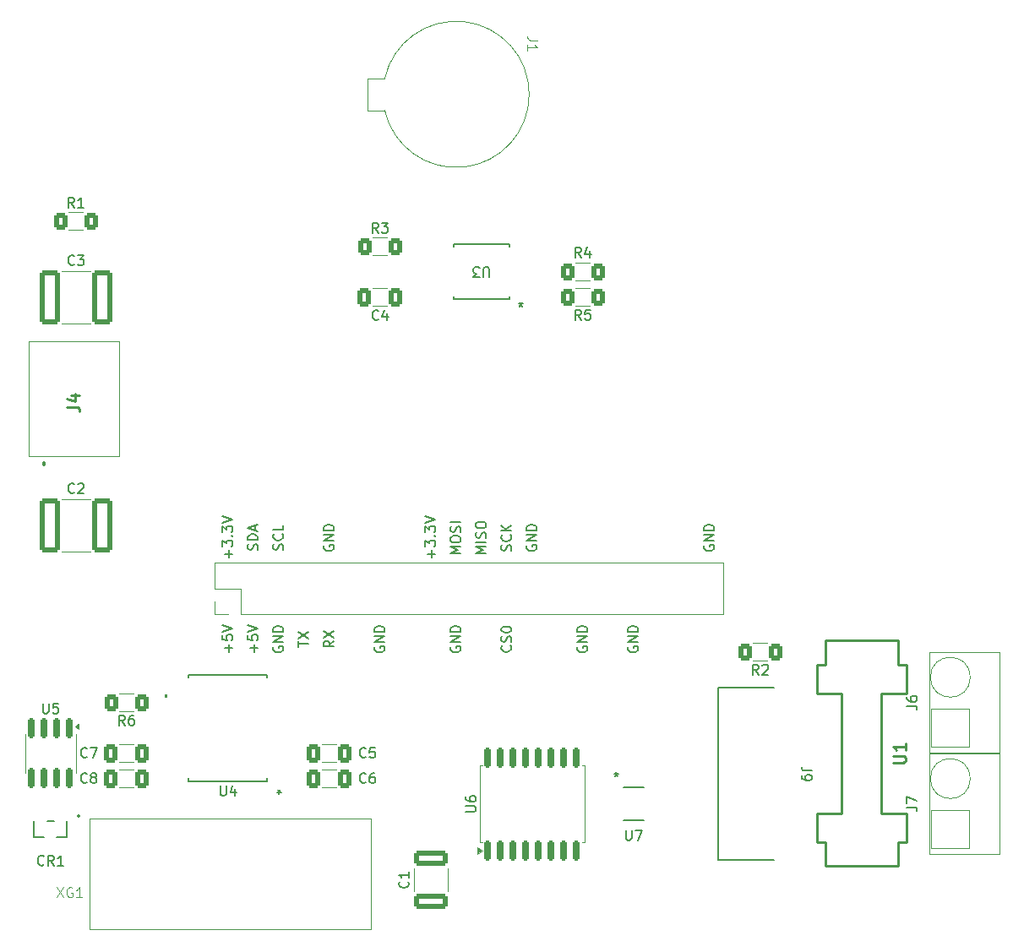
<source format=gbr>
%TF.GenerationSoftware,KiCad,Pcbnew,8.0.6-8.0.6-0~ubuntu24.04.1*%
%TF.CreationDate,2024-12-11T22:34:41+03:00*%
%TF.ProjectId,PM-CPU-RP,504d2d43-5055-42d5-9250-2e6b69636164,rev?*%
%TF.SameCoordinates,Original*%
%TF.FileFunction,Legend,Top*%
%TF.FilePolarity,Positive*%
%FSLAX46Y46*%
G04 Gerber Fmt 4.6, Leading zero omitted, Abs format (unit mm)*
G04 Created by KiCad (PCBNEW 8.0.6-8.0.6-0~ubuntu24.04.1) date 2024-12-11 22:34:41*
%MOMM*%
%LPD*%
G01*
G04 APERTURE LIST*
G04 Aperture macros list*
%AMRoundRect*
0 Rectangle with rounded corners*
0 $1 Rounding radius*
0 $2 $3 $4 $5 $6 $7 $8 $9 X,Y pos of 4 corners*
0 Add a 4 corners polygon primitive as box body*
4,1,4,$2,$3,$4,$5,$6,$7,$8,$9,$2,$3,0*
0 Add four circle primitives for the rounded corners*
1,1,$1+$1,$2,$3*
1,1,$1+$1,$4,$5*
1,1,$1+$1,$6,$7*
1,1,$1+$1,$8,$9*
0 Add four rect primitives between the rounded corners*
20,1,$1+$1,$2,$3,$4,$5,0*
20,1,$1+$1,$4,$5,$6,$7,0*
20,1,$1+$1,$6,$7,$8,$9,0*
20,1,$1+$1,$8,$9,$2,$3,0*%
G04 Aperture macros list end*
%ADD10C,0.150000*%
%ADD11C,0.100000*%
%ADD12C,0.200000*%
%ADD13C,0.254000*%
%ADD14C,0.152400*%
%ADD15C,0.120000*%
%ADD16C,0.000000*%
%ADD17C,0.300000*%
%ADD18C,0.050000*%
%ADD19R,1.803400X0.635000*%
%ADD20R,2.997200X2.590800*%
%ADD21O,6.350000X6.350000*%
%ADD22R,1.181100X0.558800*%
%ADD23C,1.000000*%
%ADD24C,1.800000*%
%ADD25RoundRect,0.249999X-0.737501X-2.450001X0.737501X-2.450001X0.737501X2.450001X-0.737501X2.450001X0*%
%ADD26C,6.000000*%
%ADD27O,1.700000X1.700000*%
%ADD28R,1.700000X1.700000*%
%ADD29RoundRect,0.250000X0.400000X0.625000X-0.400000X0.625000X-0.400000X-0.625000X0.400000X-0.625000X0*%
%ADD30R,0.609600X1.549400*%
%ADD31RoundRect,0.250000X0.412500X0.650000X-0.412500X0.650000X-0.412500X-0.650000X0.412500X-0.650000X0*%
%ADD32RoundRect,0.250000X-0.400000X-0.625000X0.400000X-0.625000X0.400000X0.625000X-0.400000X0.625000X0*%
%ADD33RoundRect,0.250000X-0.412500X-0.650000X0.412500X-0.650000X0.412500X0.650000X-0.412500X0.650000X0*%
%ADD34R,3.500000X3.500000*%
%ADD35C,3.500000*%
%ADD36R,1.854200X0.482600*%
%ADD37RoundRect,0.250000X1.450000X-0.537500X1.450000X0.537500X-1.450000X0.537500X-1.450000X-0.537500X0*%
%ADD38RoundRect,0.150000X-0.150000X0.825000X-0.150000X-0.825000X0.150000X-0.825000X0.150000X0.825000X0*%
%ADD39C,1.950000*%
%ADD40R,1.828800X0.533400*%
%ADD41RoundRect,0.150000X0.150000X-0.875000X0.150000X0.875000X-0.150000X0.875000X-0.150000X-0.875000X0*%
%ADD42C,2.650000*%
%ADD43C,2.350000*%
G04 APERTURE END LIST*
D10*
X30545180Y-29666666D02*
X29830895Y-29666666D01*
X29830895Y-29666666D02*
X29688038Y-29619047D01*
X29688038Y-29619047D02*
X29592800Y-29523809D01*
X29592800Y-29523809D02*
X29545180Y-29380952D01*
X29545180Y-29380952D02*
X29545180Y-29285714D01*
X29545180Y-30190476D02*
X29545180Y-30380952D01*
X29545180Y-30380952D02*
X29592800Y-30476190D01*
X29592800Y-30476190D02*
X29640419Y-30523809D01*
X29640419Y-30523809D02*
X29783276Y-30619047D01*
X29783276Y-30619047D02*
X29973752Y-30666666D01*
X29973752Y-30666666D02*
X30354704Y-30666666D01*
X30354704Y-30666666D02*
X30449942Y-30619047D01*
X30449942Y-30619047D02*
X30497561Y-30571428D01*
X30497561Y-30571428D02*
X30545180Y-30476190D01*
X30545180Y-30476190D02*
X30545180Y-30285714D01*
X30545180Y-30285714D02*
X30497561Y-30190476D01*
X30497561Y-30190476D02*
X30449942Y-30142857D01*
X30449942Y-30142857D02*
X30354704Y-30095238D01*
X30354704Y-30095238D02*
X30116609Y-30095238D01*
X30116609Y-30095238D02*
X30021371Y-30142857D01*
X30021371Y-30142857D02*
X29973752Y-30190476D01*
X29973752Y-30190476D02*
X29926133Y-30285714D01*
X29926133Y-30285714D02*
X29926133Y-30476190D01*
X29926133Y-30476190D02*
X29973752Y-30571428D01*
X29973752Y-30571428D02*
X30021371Y-30619047D01*
X30021371Y-30619047D02*
X30116609Y-30666666D01*
X11938095Y-35649819D02*
X11938095Y-36459342D01*
X11938095Y-36459342D02*
X11985714Y-36554580D01*
X11985714Y-36554580D02*
X12033333Y-36602200D01*
X12033333Y-36602200D02*
X12128571Y-36649819D01*
X12128571Y-36649819D02*
X12319047Y-36649819D01*
X12319047Y-36649819D02*
X12414285Y-36602200D01*
X12414285Y-36602200D02*
X12461904Y-36554580D01*
X12461904Y-36554580D02*
X12509523Y-36459342D01*
X12509523Y-36459342D02*
X12509523Y-35649819D01*
X12890476Y-35649819D02*
X13557142Y-35649819D01*
X13557142Y-35649819D02*
X13128571Y-36649819D01*
X10979150Y-29823019D02*
X10979150Y-30061114D01*
X10741055Y-29965876D02*
X10979150Y-30061114D01*
X10979150Y-30061114D02*
X11217245Y-29965876D01*
X10836293Y-30251590D02*
X10979150Y-30061114D01*
X10979150Y-30061114D02*
X11122007Y-30251590D01*
D11*
X3082580Y43513334D02*
X2368295Y43513334D01*
X2368295Y43513334D02*
X2225438Y43560953D01*
X2225438Y43560953D02*
X2130200Y43656191D01*
X2130200Y43656191D02*
X2082580Y43799048D01*
X2082580Y43799048D02*
X2082580Y43894286D01*
X2082580Y42513334D02*
X2082580Y43084762D01*
X2082580Y42799048D02*
X3082580Y42799048D01*
X3082580Y42799048D02*
X2939723Y42894286D01*
X2939723Y42894286D02*
X2844485Y42989524D01*
X2844485Y42989524D02*
X2796866Y43084762D01*
D10*
X-43346667Y21070420D02*
X-43394286Y21022800D01*
X-43394286Y21022800D02*
X-43537143Y20975181D01*
X-43537143Y20975181D02*
X-43632381Y20975181D01*
X-43632381Y20975181D02*
X-43775238Y21022800D01*
X-43775238Y21022800D02*
X-43870476Y21118039D01*
X-43870476Y21118039D02*
X-43918095Y21213277D01*
X-43918095Y21213277D02*
X-43965714Y21403753D01*
X-43965714Y21403753D02*
X-43965714Y21546610D01*
X-43965714Y21546610D02*
X-43918095Y21737086D01*
X-43918095Y21737086D02*
X-43870476Y21832324D01*
X-43870476Y21832324D02*
X-43775238Y21927562D01*
X-43775238Y21927562D02*
X-43632381Y21975181D01*
X-43632381Y21975181D02*
X-43537143Y21975181D01*
X-43537143Y21975181D02*
X-43394286Y21927562D01*
X-43394286Y21927562D02*
X-43346667Y21879943D01*
X-43013333Y21975181D02*
X-42394286Y21975181D01*
X-42394286Y21975181D02*
X-42727619Y21594229D01*
X-42727619Y21594229D02*
X-42584762Y21594229D01*
X-42584762Y21594229D02*
X-42489524Y21546610D01*
X-42489524Y21546610D02*
X-42441905Y21498991D01*
X-42441905Y21498991D02*
X-42394286Y21403753D01*
X-42394286Y21403753D02*
X-42394286Y21165658D01*
X-42394286Y21165658D02*
X-42441905Y21070420D01*
X-42441905Y21070420D02*
X-42489524Y21022800D01*
X-42489524Y21022800D02*
X-42584762Y20975181D01*
X-42584762Y20975181D02*
X-42870476Y20975181D01*
X-42870476Y20975181D02*
X-42965714Y21022800D01*
X-42965714Y21022800D02*
X-43013333Y21070420D01*
D12*
X-27868734Y-8349999D02*
X-27868734Y-7588095D01*
X-27487781Y-7969047D02*
X-28249686Y-7969047D01*
X-28487781Y-7207142D02*
X-28487781Y-6588095D01*
X-28487781Y-6588095D02*
X-28106829Y-6921428D01*
X-28106829Y-6921428D02*
X-28106829Y-6778571D01*
X-28106829Y-6778571D02*
X-28059210Y-6683333D01*
X-28059210Y-6683333D02*
X-28011591Y-6635714D01*
X-28011591Y-6635714D02*
X-27916353Y-6588095D01*
X-27916353Y-6588095D02*
X-27678258Y-6588095D01*
X-27678258Y-6588095D02*
X-27583020Y-6635714D01*
X-27583020Y-6635714D02*
X-27535400Y-6683333D01*
X-27535400Y-6683333D02*
X-27487781Y-6778571D01*
X-27487781Y-6778571D02*
X-27487781Y-7064285D01*
X-27487781Y-7064285D02*
X-27535400Y-7159523D01*
X-27535400Y-7159523D02*
X-27583020Y-7207142D01*
X-27583020Y-6159523D02*
X-27535400Y-6111904D01*
X-27535400Y-6111904D02*
X-27487781Y-6159523D01*
X-27487781Y-6159523D02*
X-27535400Y-6207142D01*
X-27535400Y-6207142D02*
X-27583020Y-6159523D01*
X-27583020Y-6159523D02*
X-27487781Y-6159523D01*
X-28487781Y-5778571D02*
X-28487781Y-5159524D01*
X-28487781Y-5159524D02*
X-28106829Y-5492857D01*
X-28106829Y-5492857D02*
X-28106829Y-5350000D01*
X-28106829Y-5350000D02*
X-28059210Y-5254762D01*
X-28059210Y-5254762D02*
X-28011591Y-5207143D01*
X-28011591Y-5207143D02*
X-27916353Y-5159524D01*
X-27916353Y-5159524D02*
X-27678258Y-5159524D01*
X-27678258Y-5159524D02*
X-27583020Y-5207143D01*
X-27583020Y-5207143D02*
X-27535400Y-5254762D01*
X-27535400Y-5254762D02*
X-27487781Y-5350000D01*
X-27487781Y-5350000D02*
X-27487781Y-5635714D01*
X-27487781Y-5635714D02*
X-27535400Y-5730952D01*
X-27535400Y-5730952D02*
X-27583020Y-5778571D01*
X-28487781Y-4873809D02*
X-27487781Y-4540476D01*
X-27487781Y-4540476D02*
X-28487781Y-4207143D01*
X-5580162Y-17271904D02*
X-5627781Y-17367142D01*
X-5627781Y-17367142D02*
X-5627781Y-17509999D01*
X-5627781Y-17509999D02*
X-5580162Y-17652856D01*
X-5580162Y-17652856D02*
X-5484924Y-17748094D01*
X-5484924Y-17748094D02*
X-5389686Y-17795713D01*
X-5389686Y-17795713D02*
X-5199210Y-17843332D01*
X-5199210Y-17843332D02*
X-5056353Y-17843332D01*
X-5056353Y-17843332D02*
X-4865877Y-17795713D01*
X-4865877Y-17795713D02*
X-4770639Y-17748094D01*
X-4770639Y-17748094D02*
X-4675400Y-17652856D01*
X-4675400Y-17652856D02*
X-4627781Y-17509999D01*
X-4627781Y-17509999D02*
X-4627781Y-17414761D01*
X-4627781Y-17414761D02*
X-4675400Y-17271904D01*
X-4675400Y-17271904D02*
X-4723020Y-17224285D01*
X-4723020Y-17224285D02*
X-5056353Y-17224285D01*
X-5056353Y-17224285D02*
X-5056353Y-17414761D01*
X-4627781Y-16795713D02*
X-5627781Y-16795713D01*
X-5627781Y-16795713D02*
X-4627781Y-16224285D01*
X-4627781Y-16224285D02*
X-5627781Y-16224285D01*
X-4627781Y-15748094D02*
X-5627781Y-15748094D01*
X-5627781Y-15748094D02*
X-5627781Y-15509999D01*
X-5627781Y-15509999D02*
X-5580162Y-15367142D01*
X-5580162Y-15367142D02*
X-5484924Y-15271904D01*
X-5484924Y-15271904D02*
X-5389686Y-15224285D01*
X-5389686Y-15224285D02*
X-5199210Y-15176666D01*
X-5199210Y-15176666D02*
X-5056353Y-15176666D01*
X-5056353Y-15176666D02*
X-4865877Y-15224285D01*
X-4865877Y-15224285D02*
X-4770639Y-15271904D01*
X-4770639Y-15271904D02*
X-4675400Y-15367142D01*
X-4675400Y-15367142D02*
X-4627781Y-15509999D01*
X-4627781Y-15509999D02*
X-4627781Y-15748094D01*
X7119838Y-17271904D02*
X7072219Y-17367142D01*
X7072219Y-17367142D02*
X7072219Y-17509999D01*
X7072219Y-17509999D02*
X7119838Y-17652856D01*
X7119838Y-17652856D02*
X7215076Y-17748094D01*
X7215076Y-17748094D02*
X7310314Y-17795713D01*
X7310314Y-17795713D02*
X7500790Y-17843332D01*
X7500790Y-17843332D02*
X7643647Y-17843332D01*
X7643647Y-17843332D02*
X7834123Y-17795713D01*
X7834123Y-17795713D02*
X7929361Y-17748094D01*
X7929361Y-17748094D02*
X8024600Y-17652856D01*
X8024600Y-17652856D02*
X8072219Y-17509999D01*
X8072219Y-17509999D02*
X8072219Y-17414761D01*
X8072219Y-17414761D02*
X8024600Y-17271904D01*
X8024600Y-17271904D02*
X7976980Y-17224285D01*
X7976980Y-17224285D02*
X7643647Y-17224285D01*
X7643647Y-17224285D02*
X7643647Y-17414761D01*
X8072219Y-16795713D02*
X7072219Y-16795713D01*
X7072219Y-16795713D02*
X8072219Y-16224285D01*
X8072219Y-16224285D02*
X7072219Y-16224285D01*
X8072219Y-15748094D02*
X7072219Y-15748094D01*
X7072219Y-15748094D02*
X7072219Y-15509999D01*
X7072219Y-15509999D02*
X7119838Y-15367142D01*
X7119838Y-15367142D02*
X7215076Y-15271904D01*
X7215076Y-15271904D02*
X7310314Y-15224285D01*
X7310314Y-15224285D02*
X7500790Y-15176666D01*
X7500790Y-15176666D02*
X7643647Y-15176666D01*
X7643647Y-15176666D02*
X7834123Y-15224285D01*
X7834123Y-15224285D02*
X7929361Y-15271904D01*
X7929361Y-15271904D02*
X8024600Y-15367142D01*
X8024600Y-15367142D02*
X8072219Y-15509999D01*
X8072219Y-15509999D02*
X8072219Y-15748094D01*
X404600Y-7635713D02*
X452219Y-7492856D01*
X452219Y-7492856D02*
X452219Y-7254761D01*
X452219Y-7254761D02*
X404600Y-7159523D01*
X404600Y-7159523D02*
X356980Y-7111904D01*
X356980Y-7111904D02*
X261742Y-7064285D01*
X261742Y-7064285D02*
X166504Y-7064285D01*
X166504Y-7064285D02*
X71266Y-7111904D01*
X71266Y-7111904D02*
X23647Y-7159523D01*
X23647Y-7159523D02*
X-23972Y-7254761D01*
X-23972Y-7254761D02*
X-71591Y-7445237D01*
X-71591Y-7445237D02*
X-119210Y-7540475D01*
X-119210Y-7540475D02*
X-166829Y-7588094D01*
X-166829Y-7588094D02*
X-262067Y-7635713D01*
X-262067Y-7635713D02*
X-357305Y-7635713D01*
X-357305Y-7635713D02*
X-452543Y-7588094D01*
X-452543Y-7588094D02*
X-500162Y-7540475D01*
X-500162Y-7540475D02*
X-547781Y-7445237D01*
X-547781Y-7445237D02*
X-547781Y-7207142D01*
X-547781Y-7207142D02*
X-500162Y-7064285D01*
X356980Y-6064285D02*
X404600Y-6111904D01*
X404600Y-6111904D02*
X452219Y-6254761D01*
X452219Y-6254761D02*
X452219Y-6349999D01*
X452219Y-6349999D02*
X404600Y-6492856D01*
X404600Y-6492856D02*
X309361Y-6588094D01*
X309361Y-6588094D02*
X214123Y-6635713D01*
X214123Y-6635713D02*
X23647Y-6683332D01*
X23647Y-6683332D02*
X-119210Y-6683332D01*
X-119210Y-6683332D02*
X-309686Y-6635713D01*
X-309686Y-6635713D02*
X-404924Y-6588094D01*
X-404924Y-6588094D02*
X-500162Y-6492856D01*
X-500162Y-6492856D02*
X-547781Y-6349999D01*
X-547781Y-6349999D02*
X-547781Y-6254761D01*
X-547781Y-6254761D02*
X-500162Y-6111904D01*
X-500162Y-6111904D02*
X-452543Y-6064285D01*
X452219Y-5635713D02*
X-547781Y-5635713D01*
X452219Y-5064285D02*
X-119210Y-5492856D01*
X-547781Y-5064285D02*
X23647Y-5635713D01*
X2039838Y-7111904D02*
X1992219Y-7207142D01*
X1992219Y-7207142D02*
X1992219Y-7349999D01*
X1992219Y-7349999D02*
X2039838Y-7492856D01*
X2039838Y-7492856D02*
X2135076Y-7588094D01*
X2135076Y-7588094D02*
X2230314Y-7635713D01*
X2230314Y-7635713D02*
X2420790Y-7683332D01*
X2420790Y-7683332D02*
X2563647Y-7683332D01*
X2563647Y-7683332D02*
X2754123Y-7635713D01*
X2754123Y-7635713D02*
X2849361Y-7588094D01*
X2849361Y-7588094D02*
X2944600Y-7492856D01*
X2944600Y-7492856D02*
X2992219Y-7349999D01*
X2992219Y-7349999D02*
X2992219Y-7254761D01*
X2992219Y-7254761D02*
X2944600Y-7111904D01*
X2944600Y-7111904D02*
X2896980Y-7064285D01*
X2896980Y-7064285D02*
X2563647Y-7064285D01*
X2563647Y-7064285D02*
X2563647Y-7254761D01*
X2992219Y-6635713D02*
X1992219Y-6635713D01*
X1992219Y-6635713D02*
X2992219Y-6064285D01*
X2992219Y-6064285D02*
X1992219Y-6064285D01*
X2992219Y-5588094D02*
X1992219Y-5588094D01*
X1992219Y-5588094D02*
X1992219Y-5349999D01*
X1992219Y-5349999D02*
X2039838Y-5207142D01*
X2039838Y-5207142D02*
X2135076Y-5111904D01*
X2135076Y-5111904D02*
X2230314Y-5064285D01*
X2230314Y-5064285D02*
X2420790Y-5016666D01*
X2420790Y-5016666D02*
X2563647Y-5016666D01*
X2563647Y-5016666D02*
X2754123Y-5064285D01*
X2754123Y-5064285D02*
X2849361Y-5111904D01*
X2849361Y-5111904D02*
X2944600Y-5207142D01*
X2944600Y-5207142D02*
X2992219Y-5349999D01*
X2992219Y-5349999D02*
X2992219Y-5588094D01*
X-13200162Y-17271904D02*
X-13247781Y-17367142D01*
X-13247781Y-17367142D02*
X-13247781Y-17509999D01*
X-13247781Y-17509999D02*
X-13200162Y-17652856D01*
X-13200162Y-17652856D02*
X-13104924Y-17748094D01*
X-13104924Y-17748094D02*
X-13009686Y-17795713D01*
X-13009686Y-17795713D02*
X-12819210Y-17843332D01*
X-12819210Y-17843332D02*
X-12676353Y-17843332D01*
X-12676353Y-17843332D02*
X-12485877Y-17795713D01*
X-12485877Y-17795713D02*
X-12390639Y-17748094D01*
X-12390639Y-17748094D02*
X-12295400Y-17652856D01*
X-12295400Y-17652856D02*
X-12247781Y-17509999D01*
X-12247781Y-17509999D02*
X-12247781Y-17414761D01*
X-12247781Y-17414761D02*
X-12295400Y-17271904D01*
X-12295400Y-17271904D02*
X-12343020Y-17224285D01*
X-12343020Y-17224285D02*
X-12676353Y-17224285D01*
X-12676353Y-17224285D02*
X-12676353Y-17414761D01*
X-12247781Y-16795713D02*
X-13247781Y-16795713D01*
X-13247781Y-16795713D02*
X-12247781Y-16224285D01*
X-12247781Y-16224285D02*
X-13247781Y-16224285D01*
X-12247781Y-15748094D02*
X-13247781Y-15748094D01*
X-13247781Y-15748094D02*
X-13247781Y-15509999D01*
X-13247781Y-15509999D02*
X-13200162Y-15367142D01*
X-13200162Y-15367142D02*
X-13104924Y-15271904D01*
X-13104924Y-15271904D02*
X-13009686Y-15224285D01*
X-13009686Y-15224285D02*
X-12819210Y-15176666D01*
X-12819210Y-15176666D02*
X-12676353Y-15176666D01*
X-12676353Y-15176666D02*
X-12485877Y-15224285D01*
X-12485877Y-15224285D02*
X-12390639Y-15271904D01*
X-12390639Y-15271904D02*
X-12295400Y-15367142D01*
X-12295400Y-15367142D02*
X-12247781Y-15509999D01*
X-12247781Y-15509999D02*
X-12247781Y-15748094D01*
X-24995400Y-7564285D02*
X-24947781Y-7421428D01*
X-24947781Y-7421428D02*
X-24947781Y-7183333D01*
X-24947781Y-7183333D02*
X-24995400Y-7088095D01*
X-24995400Y-7088095D02*
X-25043020Y-7040476D01*
X-25043020Y-7040476D02*
X-25138258Y-6992857D01*
X-25138258Y-6992857D02*
X-25233496Y-6992857D01*
X-25233496Y-6992857D02*
X-25328734Y-7040476D01*
X-25328734Y-7040476D02*
X-25376353Y-7088095D01*
X-25376353Y-7088095D02*
X-25423972Y-7183333D01*
X-25423972Y-7183333D02*
X-25471591Y-7373809D01*
X-25471591Y-7373809D02*
X-25519210Y-7469047D01*
X-25519210Y-7469047D02*
X-25566829Y-7516666D01*
X-25566829Y-7516666D02*
X-25662067Y-7564285D01*
X-25662067Y-7564285D02*
X-25757305Y-7564285D01*
X-25757305Y-7564285D02*
X-25852543Y-7516666D01*
X-25852543Y-7516666D02*
X-25900162Y-7469047D01*
X-25900162Y-7469047D02*
X-25947781Y-7373809D01*
X-25947781Y-7373809D02*
X-25947781Y-7135714D01*
X-25947781Y-7135714D02*
X-25900162Y-6992857D01*
X-24947781Y-6564285D02*
X-25947781Y-6564285D01*
X-25947781Y-6564285D02*
X-25947781Y-6326190D01*
X-25947781Y-6326190D02*
X-25900162Y-6183333D01*
X-25900162Y-6183333D02*
X-25804924Y-6088095D01*
X-25804924Y-6088095D02*
X-25709686Y-6040476D01*
X-25709686Y-6040476D02*
X-25519210Y-5992857D01*
X-25519210Y-5992857D02*
X-25376353Y-5992857D01*
X-25376353Y-5992857D02*
X-25185877Y-6040476D01*
X-25185877Y-6040476D02*
X-25090639Y-6088095D01*
X-25090639Y-6088095D02*
X-24995400Y-6183333D01*
X-24995400Y-6183333D02*
X-24947781Y-6326190D01*
X-24947781Y-6326190D02*
X-24947781Y-6564285D01*
X-25233496Y-5611904D02*
X-25233496Y-5135714D01*
X-24947781Y-5707142D02*
X-25947781Y-5373809D01*
X-25947781Y-5373809D02*
X-24947781Y-5040476D01*
X-27868734Y-17795713D02*
X-27868734Y-17033809D01*
X-27487781Y-17414761D02*
X-28249686Y-17414761D01*
X-28487781Y-16081428D02*
X-28487781Y-16557618D01*
X-28487781Y-16557618D02*
X-28011591Y-16605237D01*
X-28011591Y-16605237D02*
X-28059210Y-16557618D01*
X-28059210Y-16557618D02*
X-28106829Y-16462380D01*
X-28106829Y-16462380D02*
X-28106829Y-16224285D01*
X-28106829Y-16224285D02*
X-28059210Y-16129047D01*
X-28059210Y-16129047D02*
X-28011591Y-16081428D01*
X-28011591Y-16081428D02*
X-27916353Y-16033809D01*
X-27916353Y-16033809D02*
X-27678258Y-16033809D01*
X-27678258Y-16033809D02*
X-27583020Y-16081428D01*
X-27583020Y-16081428D02*
X-27535400Y-16129047D01*
X-27535400Y-16129047D02*
X-27487781Y-16224285D01*
X-27487781Y-16224285D02*
X-27487781Y-16462380D01*
X-27487781Y-16462380D02*
X-27535400Y-16557618D01*
X-27535400Y-16557618D02*
X-27583020Y-16605237D01*
X-28487781Y-15748094D02*
X-27487781Y-15414761D01*
X-27487781Y-15414761D02*
X-28487781Y-15081428D01*
X-4627781Y-7921427D02*
X-5627781Y-7921427D01*
X-5627781Y-7921427D02*
X-4913496Y-7588094D01*
X-4913496Y-7588094D02*
X-5627781Y-7254761D01*
X-5627781Y-7254761D02*
X-4627781Y-7254761D01*
X-5627781Y-6588094D02*
X-5627781Y-6397618D01*
X-5627781Y-6397618D02*
X-5580162Y-6302380D01*
X-5580162Y-6302380D02*
X-5484924Y-6207142D01*
X-5484924Y-6207142D02*
X-5294448Y-6159523D01*
X-5294448Y-6159523D02*
X-4961115Y-6159523D01*
X-4961115Y-6159523D02*
X-4770639Y-6207142D01*
X-4770639Y-6207142D02*
X-4675400Y-6302380D01*
X-4675400Y-6302380D02*
X-4627781Y-6397618D01*
X-4627781Y-6397618D02*
X-4627781Y-6588094D01*
X-4627781Y-6588094D02*
X-4675400Y-6683332D01*
X-4675400Y-6683332D02*
X-4770639Y-6778570D01*
X-4770639Y-6778570D02*
X-4961115Y-6826189D01*
X-4961115Y-6826189D02*
X-5294448Y-6826189D01*
X-5294448Y-6826189D02*
X-5484924Y-6778570D01*
X-5484924Y-6778570D02*
X-5580162Y-6683332D01*
X-5580162Y-6683332D02*
X-5627781Y-6588094D01*
X-4675400Y-5778570D02*
X-4627781Y-5635713D01*
X-4627781Y-5635713D02*
X-4627781Y-5397618D01*
X-4627781Y-5397618D02*
X-4675400Y-5302380D01*
X-4675400Y-5302380D02*
X-4723020Y-5254761D01*
X-4723020Y-5254761D02*
X-4818258Y-5207142D01*
X-4818258Y-5207142D02*
X-4913496Y-5207142D01*
X-4913496Y-5207142D02*
X-5008734Y-5254761D01*
X-5008734Y-5254761D02*
X-5056353Y-5302380D01*
X-5056353Y-5302380D02*
X-5103972Y-5397618D01*
X-5103972Y-5397618D02*
X-5151591Y-5588094D01*
X-5151591Y-5588094D02*
X-5199210Y-5683332D01*
X-5199210Y-5683332D02*
X-5246829Y-5730951D01*
X-5246829Y-5730951D02*
X-5342067Y-5778570D01*
X-5342067Y-5778570D02*
X-5437305Y-5778570D01*
X-5437305Y-5778570D02*
X-5532543Y-5730951D01*
X-5532543Y-5730951D02*
X-5580162Y-5683332D01*
X-5580162Y-5683332D02*
X-5627781Y-5588094D01*
X-5627781Y-5588094D02*
X-5627781Y-5349999D01*
X-5627781Y-5349999D02*
X-5580162Y-5207142D01*
X-4627781Y-4778570D02*
X-5627781Y-4778570D01*
X12199838Y-17271904D02*
X12152219Y-17367142D01*
X12152219Y-17367142D02*
X12152219Y-17509999D01*
X12152219Y-17509999D02*
X12199838Y-17652856D01*
X12199838Y-17652856D02*
X12295076Y-17748094D01*
X12295076Y-17748094D02*
X12390314Y-17795713D01*
X12390314Y-17795713D02*
X12580790Y-17843332D01*
X12580790Y-17843332D02*
X12723647Y-17843332D01*
X12723647Y-17843332D02*
X12914123Y-17795713D01*
X12914123Y-17795713D02*
X13009361Y-17748094D01*
X13009361Y-17748094D02*
X13104600Y-17652856D01*
X13104600Y-17652856D02*
X13152219Y-17509999D01*
X13152219Y-17509999D02*
X13152219Y-17414761D01*
X13152219Y-17414761D02*
X13104600Y-17271904D01*
X13104600Y-17271904D02*
X13056980Y-17224285D01*
X13056980Y-17224285D02*
X12723647Y-17224285D01*
X12723647Y-17224285D02*
X12723647Y-17414761D01*
X13152219Y-16795713D02*
X12152219Y-16795713D01*
X12152219Y-16795713D02*
X13152219Y-16224285D01*
X13152219Y-16224285D02*
X12152219Y-16224285D01*
X13152219Y-15748094D02*
X12152219Y-15748094D01*
X12152219Y-15748094D02*
X12152219Y-15509999D01*
X12152219Y-15509999D02*
X12199838Y-15367142D01*
X12199838Y-15367142D02*
X12295076Y-15271904D01*
X12295076Y-15271904D02*
X12390314Y-15224285D01*
X12390314Y-15224285D02*
X12580790Y-15176666D01*
X12580790Y-15176666D02*
X12723647Y-15176666D01*
X12723647Y-15176666D02*
X12914123Y-15224285D01*
X12914123Y-15224285D02*
X13009361Y-15271904D01*
X13009361Y-15271904D02*
X13104600Y-15367142D01*
X13104600Y-15367142D02*
X13152219Y-15509999D01*
X13152219Y-15509999D02*
X13152219Y-15748094D01*
X-18280162Y-7111904D02*
X-18327781Y-7207142D01*
X-18327781Y-7207142D02*
X-18327781Y-7349999D01*
X-18327781Y-7349999D02*
X-18280162Y-7492856D01*
X-18280162Y-7492856D02*
X-18184924Y-7588094D01*
X-18184924Y-7588094D02*
X-18089686Y-7635713D01*
X-18089686Y-7635713D02*
X-17899210Y-7683332D01*
X-17899210Y-7683332D02*
X-17756353Y-7683332D01*
X-17756353Y-7683332D02*
X-17565877Y-7635713D01*
X-17565877Y-7635713D02*
X-17470639Y-7588094D01*
X-17470639Y-7588094D02*
X-17375400Y-7492856D01*
X-17375400Y-7492856D02*
X-17327781Y-7349999D01*
X-17327781Y-7349999D02*
X-17327781Y-7254761D01*
X-17327781Y-7254761D02*
X-17375400Y-7111904D01*
X-17375400Y-7111904D02*
X-17423020Y-7064285D01*
X-17423020Y-7064285D02*
X-17756353Y-7064285D01*
X-17756353Y-7064285D02*
X-17756353Y-7254761D01*
X-17327781Y-6635713D02*
X-18327781Y-6635713D01*
X-18327781Y-6635713D02*
X-17327781Y-6064285D01*
X-17327781Y-6064285D02*
X-18327781Y-6064285D01*
X-17327781Y-5588094D02*
X-18327781Y-5588094D01*
X-18327781Y-5588094D02*
X-18327781Y-5349999D01*
X-18327781Y-5349999D02*
X-18280162Y-5207142D01*
X-18280162Y-5207142D02*
X-18184924Y-5111904D01*
X-18184924Y-5111904D02*
X-18089686Y-5064285D01*
X-18089686Y-5064285D02*
X-17899210Y-5016666D01*
X-17899210Y-5016666D02*
X-17756353Y-5016666D01*
X-17756353Y-5016666D02*
X-17565877Y-5064285D01*
X-17565877Y-5064285D02*
X-17470639Y-5111904D01*
X-17470639Y-5111904D02*
X-17375400Y-5207142D01*
X-17375400Y-5207142D02*
X-17327781Y-5349999D01*
X-17327781Y-5349999D02*
X-17327781Y-5588094D01*
X-2087781Y-7921427D02*
X-3087781Y-7921427D01*
X-3087781Y-7921427D02*
X-2373496Y-7588094D01*
X-2373496Y-7588094D02*
X-3087781Y-7254761D01*
X-3087781Y-7254761D02*
X-2087781Y-7254761D01*
X-2087781Y-6778570D02*
X-3087781Y-6778570D01*
X-2135400Y-6349999D02*
X-2087781Y-6207142D01*
X-2087781Y-6207142D02*
X-2087781Y-5969047D01*
X-2087781Y-5969047D02*
X-2135400Y-5873809D01*
X-2135400Y-5873809D02*
X-2183020Y-5826190D01*
X-2183020Y-5826190D02*
X-2278258Y-5778571D01*
X-2278258Y-5778571D02*
X-2373496Y-5778571D01*
X-2373496Y-5778571D02*
X-2468734Y-5826190D01*
X-2468734Y-5826190D02*
X-2516353Y-5873809D01*
X-2516353Y-5873809D02*
X-2563972Y-5969047D01*
X-2563972Y-5969047D02*
X-2611591Y-6159523D01*
X-2611591Y-6159523D02*
X-2659210Y-6254761D01*
X-2659210Y-6254761D02*
X-2706829Y-6302380D01*
X-2706829Y-6302380D02*
X-2802067Y-6349999D01*
X-2802067Y-6349999D02*
X-2897305Y-6349999D01*
X-2897305Y-6349999D02*
X-2992543Y-6302380D01*
X-2992543Y-6302380D02*
X-3040162Y-6254761D01*
X-3040162Y-6254761D02*
X-3087781Y-6159523D01*
X-3087781Y-6159523D02*
X-3087781Y-5921428D01*
X-3087781Y-5921428D02*
X-3040162Y-5778571D01*
X-3087781Y-5159523D02*
X-3087781Y-4969047D01*
X-3087781Y-4969047D02*
X-3040162Y-4873809D01*
X-3040162Y-4873809D02*
X-2944924Y-4778571D01*
X-2944924Y-4778571D02*
X-2754448Y-4730952D01*
X-2754448Y-4730952D02*
X-2421115Y-4730952D01*
X-2421115Y-4730952D02*
X-2230639Y-4778571D01*
X-2230639Y-4778571D02*
X-2135400Y-4873809D01*
X-2135400Y-4873809D02*
X-2087781Y-4969047D01*
X-2087781Y-4969047D02*
X-2087781Y-5159523D01*
X-2087781Y-5159523D02*
X-2135400Y-5254761D01*
X-2135400Y-5254761D02*
X-2230639Y-5349999D01*
X-2230639Y-5349999D02*
X-2421115Y-5397618D01*
X-2421115Y-5397618D02*
X-2754448Y-5397618D01*
X-2754448Y-5397618D02*
X-2944924Y-5349999D01*
X-2944924Y-5349999D02*
X-3040162Y-5254761D01*
X-3040162Y-5254761D02*
X-3087781Y-5159523D01*
X-23360162Y-17271904D02*
X-23407781Y-17367142D01*
X-23407781Y-17367142D02*
X-23407781Y-17509999D01*
X-23407781Y-17509999D02*
X-23360162Y-17652856D01*
X-23360162Y-17652856D02*
X-23264924Y-17748094D01*
X-23264924Y-17748094D02*
X-23169686Y-17795713D01*
X-23169686Y-17795713D02*
X-22979210Y-17843332D01*
X-22979210Y-17843332D02*
X-22836353Y-17843332D01*
X-22836353Y-17843332D02*
X-22645877Y-17795713D01*
X-22645877Y-17795713D02*
X-22550639Y-17748094D01*
X-22550639Y-17748094D02*
X-22455400Y-17652856D01*
X-22455400Y-17652856D02*
X-22407781Y-17509999D01*
X-22407781Y-17509999D02*
X-22407781Y-17414761D01*
X-22407781Y-17414761D02*
X-22455400Y-17271904D01*
X-22455400Y-17271904D02*
X-22503020Y-17224285D01*
X-22503020Y-17224285D02*
X-22836353Y-17224285D01*
X-22836353Y-17224285D02*
X-22836353Y-17414761D01*
X-22407781Y-16795713D02*
X-23407781Y-16795713D01*
X-23407781Y-16795713D02*
X-22407781Y-16224285D01*
X-22407781Y-16224285D02*
X-23407781Y-16224285D01*
X-22407781Y-15748094D02*
X-23407781Y-15748094D01*
X-23407781Y-15748094D02*
X-23407781Y-15509999D01*
X-23407781Y-15509999D02*
X-23360162Y-15367142D01*
X-23360162Y-15367142D02*
X-23264924Y-15271904D01*
X-23264924Y-15271904D02*
X-23169686Y-15224285D01*
X-23169686Y-15224285D02*
X-22979210Y-15176666D01*
X-22979210Y-15176666D02*
X-22836353Y-15176666D01*
X-22836353Y-15176666D02*
X-22645877Y-15224285D01*
X-22645877Y-15224285D02*
X-22550639Y-15271904D01*
X-22550639Y-15271904D02*
X-22455400Y-15367142D01*
X-22455400Y-15367142D02*
X-22407781Y-15509999D01*
X-22407781Y-15509999D02*
X-22407781Y-15748094D01*
X-22455400Y-7540475D02*
X-22407781Y-7397618D01*
X-22407781Y-7397618D02*
X-22407781Y-7159523D01*
X-22407781Y-7159523D02*
X-22455400Y-7064285D01*
X-22455400Y-7064285D02*
X-22503020Y-7016666D01*
X-22503020Y-7016666D02*
X-22598258Y-6969047D01*
X-22598258Y-6969047D02*
X-22693496Y-6969047D01*
X-22693496Y-6969047D02*
X-22788734Y-7016666D01*
X-22788734Y-7016666D02*
X-22836353Y-7064285D01*
X-22836353Y-7064285D02*
X-22883972Y-7159523D01*
X-22883972Y-7159523D02*
X-22931591Y-7349999D01*
X-22931591Y-7349999D02*
X-22979210Y-7445237D01*
X-22979210Y-7445237D02*
X-23026829Y-7492856D01*
X-23026829Y-7492856D02*
X-23122067Y-7540475D01*
X-23122067Y-7540475D02*
X-23217305Y-7540475D01*
X-23217305Y-7540475D02*
X-23312543Y-7492856D01*
X-23312543Y-7492856D02*
X-23360162Y-7445237D01*
X-23360162Y-7445237D02*
X-23407781Y-7349999D01*
X-23407781Y-7349999D02*
X-23407781Y-7111904D01*
X-23407781Y-7111904D02*
X-23360162Y-6969047D01*
X-22503020Y-5969047D02*
X-22455400Y-6016666D01*
X-22455400Y-6016666D02*
X-22407781Y-6159523D01*
X-22407781Y-6159523D02*
X-22407781Y-6254761D01*
X-22407781Y-6254761D02*
X-22455400Y-6397618D01*
X-22455400Y-6397618D02*
X-22550639Y-6492856D01*
X-22550639Y-6492856D02*
X-22645877Y-6540475D01*
X-22645877Y-6540475D02*
X-22836353Y-6588094D01*
X-22836353Y-6588094D02*
X-22979210Y-6588094D01*
X-22979210Y-6588094D02*
X-23169686Y-6540475D01*
X-23169686Y-6540475D02*
X-23264924Y-6492856D01*
X-23264924Y-6492856D02*
X-23360162Y-6397618D01*
X-23360162Y-6397618D02*
X-23407781Y-6254761D01*
X-23407781Y-6254761D02*
X-23407781Y-6159523D01*
X-23407781Y-6159523D02*
X-23360162Y-6016666D01*
X-23360162Y-6016666D02*
X-23312543Y-5969047D01*
X-22407781Y-5064285D02*
X-22407781Y-5540475D01*
X-22407781Y-5540475D02*
X-23407781Y-5540475D01*
X-25328734Y-17795713D02*
X-25328734Y-17033809D01*
X-24947781Y-17414761D02*
X-25709686Y-17414761D01*
X-25947781Y-16081428D02*
X-25947781Y-16557618D01*
X-25947781Y-16557618D02*
X-25471591Y-16605237D01*
X-25471591Y-16605237D02*
X-25519210Y-16557618D01*
X-25519210Y-16557618D02*
X-25566829Y-16462380D01*
X-25566829Y-16462380D02*
X-25566829Y-16224285D01*
X-25566829Y-16224285D02*
X-25519210Y-16129047D01*
X-25519210Y-16129047D02*
X-25471591Y-16081428D01*
X-25471591Y-16081428D02*
X-25376353Y-16033809D01*
X-25376353Y-16033809D02*
X-25138258Y-16033809D01*
X-25138258Y-16033809D02*
X-25043020Y-16081428D01*
X-25043020Y-16081428D02*
X-24995400Y-16129047D01*
X-24995400Y-16129047D02*
X-24947781Y-16224285D01*
X-24947781Y-16224285D02*
X-24947781Y-16462380D01*
X-24947781Y-16462380D02*
X-24995400Y-16557618D01*
X-24995400Y-16557618D02*
X-25043020Y-16605237D01*
X-25947781Y-15748094D02*
X-24947781Y-15414761D01*
X-24947781Y-15414761D02*
X-25947781Y-15081428D01*
X19819838Y-7111904D02*
X19772219Y-7207142D01*
X19772219Y-7207142D02*
X19772219Y-7349999D01*
X19772219Y-7349999D02*
X19819838Y-7492856D01*
X19819838Y-7492856D02*
X19915076Y-7588094D01*
X19915076Y-7588094D02*
X20010314Y-7635713D01*
X20010314Y-7635713D02*
X20200790Y-7683332D01*
X20200790Y-7683332D02*
X20343647Y-7683332D01*
X20343647Y-7683332D02*
X20534123Y-7635713D01*
X20534123Y-7635713D02*
X20629361Y-7588094D01*
X20629361Y-7588094D02*
X20724600Y-7492856D01*
X20724600Y-7492856D02*
X20772219Y-7349999D01*
X20772219Y-7349999D02*
X20772219Y-7254761D01*
X20772219Y-7254761D02*
X20724600Y-7111904D01*
X20724600Y-7111904D02*
X20676980Y-7064285D01*
X20676980Y-7064285D02*
X20343647Y-7064285D01*
X20343647Y-7064285D02*
X20343647Y-7254761D01*
X20772219Y-6635713D02*
X19772219Y-6635713D01*
X19772219Y-6635713D02*
X20772219Y-6064285D01*
X20772219Y-6064285D02*
X19772219Y-6064285D01*
X20772219Y-5588094D02*
X19772219Y-5588094D01*
X19772219Y-5588094D02*
X19772219Y-5349999D01*
X19772219Y-5349999D02*
X19819838Y-5207142D01*
X19819838Y-5207142D02*
X19915076Y-5111904D01*
X19915076Y-5111904D02*
X20010314Y-5064285D01*
X20010314Y-5064285D02*
X20200790Y-5016666D01*
X20200790Y-5016666D02*
X20343647Y-5016666D01*
X20343647Y-5016666D02*
X20534123Y-5064285D01*
X20534123Y-5064285D02*
X20629361Y-5111904D01*
X20629361Y-5111904D02*
X20724600Y-5207142D01*
X20724600Y-5207142D02*
X20772219Y-5349999D01*
X20772219Y-5349999D02*
X20772219Y-5588094D01*
X356980Y-17152857D02*
X404600Y-17200476D01*
X404600Y-17200476D02*
X452219Y-17343333D01*
X452219Y-17343333D02*
X452219Y-17438571D01*
X452219Y-17438571D02*
X404600Y-17581428D01*
X404600Y-17581428D02*
X309361Y-17676666D01*
X309361Y-17676666D02*
X214123Y-17724285D01*
X214123Y-17724285D02*
X23647Y-17771904D01*
X23647Y-17771904D02*
X-119210Y-17771904D01*
X-119210Y-17771904D02*
X-309686Y-17724285D01*
X-309686Y-17724285D02*
X-404924Y-17676666D01*
X-404924Y-17676666D02*
X-500162Y-17581428D01*
X-500162Y-17581428D02*
X-547781Y-17438571D01*
X-547781Y-17438571D02*
X-547781Y-17343333D01*
X-547781Y-17343333D02*
X-500162Y-17200476D01*
X-500162Y-17200476D02*
X-452543Y-17152857D01*
X404600Y-16771904D02*
X452219Y-16629047D01*
X452219Y-16629047D02*
X452219Y-16390952D01*
X452219Y-16390952D02*
X404600Y-16295714D01*
X404600Y-16295714D02*
X356980Y-16248095D01*
X356980Y-16248095D02*
X261742Y-16200476D01*
X261742Y-16200476D02*
X166504Y-16200476D01*
X166504Y-16200476D02*
X71266Y-16248095D01*
X71266Y-16248095D02*
X23647Y-16295714D01*
X23647Y-16295714D02*
X-23972Y-16390952D01*
X-23972Y-16390952D02*
X-71591Y-16581428D01*
X-71591Y-16581428D02*
X-119210Y-16676666D01*
X-119210Y-16676666D02*
X-166829Y-16724285D01*
X-166829Y-16724285D02*
X-262067Y-16771904D01*
X-262067Y-16771904D02*
X-357305Y-16771904D01*
X-357305Y-16771904D02*
X-452543Y-16724285D01*
X-452543Y-16724285D02*
X-500162Y-16676666D01*
X-500162Y-16676666D02*
X-547781Y-16581428D01*
X-547781Y-16581428D02*
X-547781Y-16343333D01*
X-547781Y-16343333D02*
X-500162Y-16200476D01*
X-547781Y-15581428D02*
X-547781Y-15486190D01*
X-547781Y-15486190D02*
X-500162Y-15390952D01*
X-500162Y-15390952D02*
X-452543Y-15343333D01*
X-452543Y-15343333D02*
X-357305Y-15295714D01*
X-357305Y-15295714D02*
X-166829Y-15248095D01*
X-166829Y-15248095D02*
X71266Y-15248095D01*
X71266Y-15248095D02*
X261742Y-15295714D01*
X261742Y-15295714D02*
X356980Y-15343333D01*
X356980Y-15343333D02*
X404600Y-15390952D01*
X404600Y-15390952D02*
X452219Y-15486190D01*
X452219Y-15486190D02*
X452219Y-15581428D01*
X452219Y-15581428D02*
X404600Y-15676666D01*
X404600Y-15676666D02*
X356980Y-15724285D01*
X356980Y-15724285D02*
X261742Y-15771904D01*
X261742Y-15771904D02*
X71266Y-15819523D01*
X71266Y-15819523D02*
X-166829Y-15819523D01*
X-166829Y-15819523D02*
X-357305Y-15771904D01*
X-357305Y-15771904D02*
X-452543Y-15724285D01*
X-452543Y-15724285D02*
X-500162Y-15676666D01*
X-500162Y-15676666D02*
X-547781Y-15581428D01*
X-17327781Y-16676666D02*
X-17803972Y-17009999D01*
X-17327781Y-17248094D02*
X-18327781Y-17248094D01*
X-18327781Y-17248094D02*
X-18327781Y-16867142D01*
X-18327781Y-16867142D02*
X-18280162Y-16771904D01*
X-18280162Y-16771904D02*
X-18232543Y-16724285D01*
X-18232543Y-16724285D02*
X-18137305Y-16676666D01*
X-18137305Y-16676666D02*
X-17994448Y-16676666D01*
X-17994448Y-16676666D02*
X-17899210Y-16724285D01*
X-17899210Y-16724285D02*
X-17851591Y-16771904D01*
X-17851591Y-16771904D02*
X-17803972Y-16867142D01*
X-17803972Y-16867142D02*
X-17803972Y-17248094D01*
X-18327781Y-16343332D02*
X-17327781Y-15676666D01*
X-18327781Y-15676666D02*
X-17327781Y-16343332D01*
X-7548734Y-8349999D02*
X-7548734Y-7588095D01*
X-7167781Y-7969047D02*
X-7929686Y-7969047D01*
X-8167781Y-7207142D02*
X-8167781Y-6588095D01*
X-8167781Y-6588095D02*
X-7786829Y-6921428D01*
X-7786829Y-6921428D02*
X-7786829Y-6778571D01*
X-7786829Y-6778571D02*
X-7739210Y-6683333D01*
X-7739210Y-6683333D02*
X-7691591Y-6635714D01*
X-7691591Y-6635714D02*
X-7596353Y-6588095D01*
X-7596353Y-6588095D02*
X-7358258Y-6588095D01*
X-7358258Y-6588095D02*
X-7263020Y-6635714D01*
X-7263020Y-6635714D02*
X-7215400Y-6683333D01*
X-7215400Y-6683333D02*
X-7167781Y-6778571D01*
X-7167781Y-6778571D02*
X-7167781Y-7064285D01*
X-7167781Y-7064285D02*
X-7215400Y-7159523D01*
X-7215400Y-7159523D02*
X-7263020Y-7207142D01*
X-7263020Y-6159523D02*
X-7215400Y-6111904D01*
X-7215400Y-6111904D02*
X-7167781Y-6159523D01*
X-7167781Y-6159523D02*
X-7215400Y-6207142D01*
X-7215400Y-6207142D02*
X-7263020Y-6159523D01*
X-7263020Y-6159523D02*
X-7167781Y-6159523D01*
X-8167781Y-5778571D02*
X-8167781Y-5159524D01*
X-8167781Y-5159524D02*
X-7786829Y-5492857D01*
X-7786829Y-5492857D02*
X-7786829Y-5350000D01*
X-7786829Y-5350000D02*
X-7739210Y-5254762D01*
X-7739210Y-5254762D02*
X-7691591Y-5207143D01*
X-7691591Y-5207143D02*
X-7596353Y-5159524D01*
X-7596353Y-5159524D02*
X-7358258Y-5159524D01*
X-7358258Y-5159524D02*
X-7263020Y-5207143D01*
X-7263020Y-5207143D02*
X-7215400Y-5254762D01*
X-7215400Y-5254762D02*
X-7167781Y-5350000D01*
X-7167781Y-5350000D02*
X-7167781Y-5635714D01*
X-7167781Y-5635714D02*
X-7215400Y-5730952D01*
X-7215400Y-5730952D02*
X-7263020Y-5778571D01*
X-8167781Y-4873809D02*
X-7167781Y-4540476D01*
X-7167781Y-4540476D02*
X-8167781Y-4207143D01*
X-20867781Y-17271904D02*
X-20867781Y-16700476D01*
X-19867781Y-16986190D02*
X-20867781Y-16986190D01*
X-20867781Y-16462380D02*
X-19867781Y-15795714D01*
X-20867781Y-15795714D02*
X-19867781Y-16462380D01*
D10*
X-38266667Y-25134819D02*
X-38600000Y-24658628D01*
X-38838095Y-25134819D02*
X-38838095Y-24134819D01*
X-38838095Y-24134819D02*
X-38457143Y-24134819D01*
X-38457143Y-24134819D02*
X-38361905Y-24182438D01*
X-38361905Y-24182438D02*
X-38314286Y-24230057D01*
X-38314286Y-24230057D02*
X-38266667Y-24325295D01*
X-38266667Y-24325295D02*
X-38266667Y-24468152D01*
X-38266667Y-24468152D02*
X-38314286Y-24563390D01*
X-38314286Y-24563390D02*
X-38361905Y-24611009D01*
X-38361905Y-24611009D02*
X-38457143Y-24658628D01*
X-38457143Y-24658628D02*
X-38838095Y-24658628D01*
X-37409524Y-24134819D02*
X-37600000Y-24134819D01*
X-37600000Y-24134819D02*
X-37695238Y-24182438D01*
X-37695238Y-24182438D02*
X-37742857Y-24230057D01*
X-37742857Y-24230057D02*
X-37838095Y-24372914D01*
X-37838095Y-24372914D02*
X-37885714Y-24563390D01*
X-37885714Y-24563390D02*
X-37885714Y-24944342D01*
X-37885714Y-24944342D02*
X-37838095Y-25039580D01*
X-37838095Y-25039580D02*
X-37790476Y-25087200D01*
X-37790476Y-25087200D02*
X-37695238Y-25134819D01*
X-37695238Y-25134819D02*
X-37504762Y-25134819D01*
X-37504762Y-25134819D02*
X-37409524Y-25087200D01*
X-37409524Y-25087200D02*
X-37361905Y-25039580D01*
X-37361905Y-25039580D02*
X-37314286Y-24944342D01*
X-37314286Y-24944342D02*
X-37314286Y-24706247D01*
X-37314286Y-24706247D02*
X-37361905Y-24611009D01*
X-37361905Y-24611009D02*
X-37409524Y-24563390D01*
X-37409524Y-24563390D02*
X-37504762Y-24515771D01*
X-37504762Y-24515771D02*
X-37695238Y-24515771D01*
X-37695238Y-24515771D02*
X-37790476Y-24563390D01*
X-37790476Y-24563390D02*
X-37838095Y-24611009D01*
X-37838095Y-24611009D02*
X-37885714Y-24706247D01*
X-46386667Y-39094580D02*
X-46434286Y-39142200D01*
X-46434286Y-39142200D02*
X-46577143Y-39189819D01*
X-46577143Y-39189819D02*
X-46672381Y-39189819D01*
X-46672381Y-39189819D02*
X-46815238Y-39142200D01*
X-46815238Y-39142200D02*
X-46910476Y-39046961D01*
X-46910476Y-39046961D02*
X-46958095Y-38951723D01*
X-46958095Y-38951723D02*
X-47005714Y-38761247D01*
X-47005714Y-38761247D02*
X-47005714Y-38618390D01*
X-47005714Y-38618390D02*
X-46958095Y-38427914D01*
X-46958095Y-38427914D02*
X-46910476Y-38332676D01*
X-46910476Y-38332676D02*
X-46815238Y-38237438D01*
X-46815238Y-38237438D02*
X-46672381Y-38189819D01*
X-46672381Y-38189819D02*
X-46577143Y-38189819D01*
X-46577143Y-38189819D02*
X-46434286Y-38237438D01*
X-46434286Y-38237438D02*
X-46386667Y-38285057D01*
X-45386667Y-39189819D02*
X-45720000Y-38713628D01*
X-45958095Y-39189819D02*
X-45958095Y-38189819D01*
X-45958095Y-38189819D02*
X-45577143Y-38189819D01*
X-45577143Y-38189819D02*
X-45481905Y-38237438D01*
X-45481905Y-38237438D02*
X-45434286Y-38285057D01*
X-45434286Y-38285057D02*
X-45386667Y-38380295D01*
X-45386667Y-38380295D02*
X-45386667Y-38523152D01*
X-45386667Y-38523152D02*
X-45434286Y-38618390D01*
X-45434286Y-38618390D02*
X-45481905Y-38666009D01*
X-45481905Y-38666009D02*
X-45577143Y-38713628D01*
X-45577143Y-38713628D02*
X-45958095Y-38713628D01*
X-44434286Y-39189819D02*
X-45005714Y-39189819D01*
X-44720000Y-39189819D02*
X-44720000Y-38189819D01*
X-44720000Y-38189819D02*
X-44815238Y-38332676D01*
X-44815238Y-38332676D02*
X-44910476Y-38427914D01*
X-44910476Y-38427914D02*
X-45005714Y-38475533D01*
X-42076667Y-30839580D02*
X-42124286Y-30887200D01*
X-42124286Y-30887200D02*
X-42267143Y-30934819D01*
X-42267143Y-30934819D02*
X-42362381Y-30934819D01*
X-42362381Y-30934819D02*
X-42505238Y-30887200D01*
X-42505238Y-30887200D02*
X-42600476Y-30791961D01*
X-42600476Y-30791961D02*
X-42648095Y-30696723D01*
X-42648095Y-30696723D02*
X-42695714Y-30506247D01*
X-42695714Y-30506247D02*
X-42695714Y-30363390D01*
X-42695714Y-30363390D02*
X-42648095Y-30172914D01*
X-42648095Y-30172914D02*
X-42600476Y-30077676D01*
X-42600476Y-30077676D02*
X-42505238Y-29982438D01*
X-42505238Y-29982438D02*
X-42362381Y-29934819D01*
X-42362381Y-29934819D02*
X-42267143Y-29934819D01*
X-42267143Y-29934819D02*
X-42124286Y-29982438D01*
X-42124286Y-29982438D02*
X-42076667Y-30030057D01*
X-41505238Y-30363390D02*
X-41600476Y-30315771D01*
X-41600476Y-30315771D02*
X-41648095Y-30268152D01*
X-41648095Y-30268152D02*
X-41695714Y-30172914D01*
X-41695714Y-30172914D02*
X-41695714Y-30125295D01*
X-41695714Y-30125295D02*
X-41648095Y-30030057D01*
X-41648095Y-30030057D02*
X-41600476Y-29982438D01*
X-41600476Y-29982438D02*
X-41505238Y-29934819D01*
X-41505238Y-29934819D02*
X-41314762Y-29934819D01*
X-41314762Y-29934819D02*
X-41219524Y-29982438D01*
X-41219524Y-29982438D02*
X-41171905Y-30030057D01*
X-41171905Y-30030057D02*
X-41124286Y-30125295D01*
X-41124286Y-30125295D02*
X-41124286Y-30172914D01*
X-41124286Y-30172914D02*
X-41171905Y-30268152D01*
X-41171905Y-30268152D02*
X-41219524Y-30315771D01*
X-41219524Y-30315771D02*
X-41314762Y-30363390D01*
X-41314762Y-30363390D02*
X-41505238Y-30363390D01*
X-41505238Y-30363390D02*
X-41600476Y-30411009D01*
X-41600476Y-30411009D02*
X-41648095Y-30458628D01*
X-41648095Y-30458628D02*
X-41695714Y-30553866D01*
X-41695714Y-30553866D02*
X-41695714Y-30744342D01*
X-41695714Y-30744342D02*
X-41648095Y-30839580D01*
X-41648095Y-30839580D02*
X-41600476Y-30887200D01*
X-41600476Y-30887200D02*
X-41505238Y-30934819D01*
X-41505238Y-30934819D02*
X-41314762Y-30934819D01*
X-41314762Y-30934819D02*
X-41219524Y-30887200D01*
X-41219524Y-30887200D02*
X-41171905Y-30839580D01*
X-41171905Y-30839580D02*
X-41124286Y-30744342D01*
X-41124286Y-30744342D02*
X-41124286Y-30553866D01*
X-41124286Y-30553866D02*
X-41171905Y-30458628D01*
X-41171905Y-30458628D02*
X-41219524Y-30411009D01*
X-41219524Y-30411009D02*
X-41314762Y-30363390D01*
X-43346667Y26765181D02*
X-43680000Y27241372D01*
X-43918095Y26765181D02*
X-43918095Y27765181D01*
X-43918095Y27765181D02*
X-43537143Y27765181D01*
X-43537143Y27765181D02*
X-43441905Y27717562D01*
X-43441905Y27717562D02*
X-43394286Y27669943D01*
X-43394286Y27669943D02*
X-43346667Y27574705D01*
X-43346667Y27574705D02*
X-43346667Y27431848D01*
X-43346667Y27431848D02*
X-43394286Y27336610D01*
X-43394286Y27336610D02*
X-43441905Y27288991D01*
X-43441905Y27288991D02*
X-43537143Y27241372D01*
X-43537143Y27241372D02*
X-43918095Y27241372D01*
X-42394286Y26765181D02*
X-42965714Y26765181D01*
X-42680000Y26765181D02*
X-42680000Y27765181D01*
X-42680000Y27765181D02*
X-42775238Y27622324D01*
X-42775238Y27622324D02*
X-42870476Y27527086D01*
X-42870476Y27527086D02*
X-42965714Y27479467D01*
X-14136667Y-28299580D02*
X-14184286Y-28347200D01*
X-14184286Y-28347200D02*
X-14327143Y-28394819D01*
X-14327143Y-28394819D02*
X-14422381Y-28394819D01*
X-14422381Y-28394819D02*
X-14565238Y-28347200D01*
X-14565238Y-28347200D02*
X-14660476Y-28251961D01*
X-14660476Y-28251961D02*
X-14708095Y-28156723D01*
X-14708095Y-28156723D02*
X-14755714Y-27966247D01*
X-14755714Y-27966247D02*
X-14755714Y-27823390D01*
X-14755714Y-27823390D02*
X-14708095Y-27632914D01*
X-14708095Y-27632914D02*
X-14660476Y-27537676D01*
X-14660476Y-27537676D02*
X-14565238Y-27442438D01*
X-14565238Y-27442438D02*
X-14422381Y-27394819D01*
X-14422381Y-27394819D02*
X-14327143Y-27394819D01*
X-14327143Y-27394819D02*
X-14184286Y-27442438D01*
X-14184286Y-27442438D02*
X-14136667Y-27490057D01*
X-13231905Y-27394819D02*
X-13708095Y-27394819D01*
X-13708095Y-27394819D02*
X-13755714Y-27871009D01*
X-13755714Y-27871009D02*
X-13708095Y-27823390D01*
X-13708095Y-27823390D02*
X-13612857Y-27775771D01*
X-13612857Y-27775771D02*
X-13374762Y-27775771D01*
X-13374762Y-27775771D02*
X-13279524Y-27823390D01*
X-13279524Y-27823390D02*
X-13231905Y-27871009D01*
X-13231905Y-27871009D02*
X-13184286Y-27966247D01*
X-13184286Y-27966247D02*
X-13184286Y-28204342D01*
X-13184286Y-28204342D02*
X-13231905Y-28299580D01*
X-13231905Y-28299580D02*
X-13279524Y-28347200D01*
X-13279524Y-28347200D02*
X-13374762Y-28394819D01*
X-13374762Y-28394819D02*
X-13612857Y-28394819D01*
X-13612857Y-28394819D02*
X-13708095Y-28347200D01*
X-13708095Y-28347200D02*
X-13755714Y-28299580D01*
X40094819Y-23193333D02*
X40809104Y-23193333D01*
X40809104Y-23193333D02*
X40951961Y-23240952D01*
X40951961Y-23240952D02*
X41047200Y-23336190D01*
X41047200Y-23336190D02*
X41094819Y-23479047D01*
X41094819Y-23479047D02*
X41094819Y-23574285D01*
X40094819Y-22288571D02*
X40094819Y-22479047D01*
X40094819Y-22479047D02*
X40142438Y-22574285D01*
X40142438Y-22574285D02*
X40190057Y-22621904D01*
X40190057Y-22621904D02*
X40332914Y-22717142D01*
X40332914Y-22717142D02*
X40523390Y-22764761D01*
X40523390Y-22764761D02*
X40904342Y-22764761D01*
X40904342Y-22764761D02*
X40999580Y-22717142D01*
X40999580Y-22717142D02*
X41047200Y-22669523D01*
X41047200Y-22669523D02*
X41094819Y-22574285D01*
X41094819Y-22574285D02*
X41094819Y-22383809D01*
X41094819Y-22383809D02*
X41047200Y-22288571D01*
X41047200Y-22288571D02*
X40999580Y-22240952D01*
X40999580Y-22240952D02*
X40904342Y-22193333D01*
X40904342Y-22193333D02*
X40666247Y-22193333D01*
X40666247Y-22193333D02*
X40571009Y-22240952D01*
X40571009Y-22240952D02*
X40523390Y-22288571D01*
X40523390Y-22288571D02*
X40475771Y-22383809D01*
X40475771Y-22383809D02*
X40475771Y-22574285D01*
X40475771Y-22574285D02*
X40523390Y-22669523D01*
X40523390Y-22669523D02*
X40571009Y-22717142D01*
X40571009Y-22717142D02*
X40666247Y-22764761D01*
X-28701905Y-31204819D02*
X-28701905Y-32014342D01*
X-28701905Y-32014342D02*
X-28654286Y-32109580D01*
X-28654286Y-32109580D02*
X-28606667Y-32157200D01*
X-28606667Y-32157200D02*
X-28511429Y-32204819D01*
X-28511429Y-32204819D02*
X-28320953Y-32204819D01*
X-28320953Y-32204819D02*
X-28225715Y-32157200D01*
X-28225715Y-32157200D02*
X-28178096Y-32109580D01*
X-28178096Y-32109580D02*
X-28130477Y-32014342D01*
X-28130477Y-32014342D02*
X-28130477Y-31204819D01*
X-27225715Y-31538152D02*
X-27225715Y-32204819D01*
X-27463810Y-31157200D02*
X-27701905Y-31871485D01*
X-27701905Y-31871485D02*
X-27082858Y-31871485D01*
X-22809201Y-32015780D02*
X-22809201Y-31777685D01*
X-22571106Y-31872923D02*
X-22809201Y-31777685D01*
X-22809201Y-31777685D02*
X-23047296Y-31872923D01*
X-22666344Y-31587209D02*
X-22809201Y-31777685D01*
X-22809201Y-31777685D02*
X-22952058Y-31587209D01*
X-9910420Y-40806666D02*
X-9862800Y-40854285D01*
X-9862800Y-40854285D02*
X-9815181Y-40997142D01*
X-9815181Y-40997142D02*
X-9815181Y-41092380D01*
X-9815181Y-41092380D02*
X-9862800Y-41235237D01*
X-9862800Y-41235237D02*
X-9958039Y-41330475D01*
X-9958039Y-41330475D02*
X-10053277Y-41378094D01*
X-10053277Y-41378094D02*
X-10243753Y-41425713D01*
X-10243753Y-41425713D02*
X-10386610Y-41425713D01*
X-10386610Y-41425713D02*
X-10577086Y-41378094D01*
X-10577086Y-41378094D02*
X-10672324Y-41330475D01*
X-10672324Y-41330475D02*
X-10767562Y-41235237D01*
X-10767562Y-41235237D02*
X-10815181Y-41092380D01*
X-10815181Y-41092380D02*
X-10815181Y-40997142D01*
X-10815181Y-40997142D02*
X-10767562Y-40854285D01*
X-10767562Y-40854285D02*
X-10719943Y-40806666D01*
X-9815181Y-39854285D02*
X-9815181Y-40425713D01*
X-9815181Y-40139999D02*
X-10815181Y-40139999D01*
X-10815181Y-40139999D02*
X-10672324Y-40235237D01*
X-10672324Y-40235237D02*
X-10577086Y-40330475D01*
X-10577086Y-40330475D02*
X-10529467Y-40425713D01*
X-46481905Y-22949819D02*
X-46481905Y-23759342D01*
X-46481905Y-23759342D02*
X-46434286Y-23854580D01*
X-46434286Y-23854580D02*
X-46386667Y-23902200D01*
X-46386667Y-23902200D02*
X-46291429Y-23949819D01*
X-46291429Y-23949819D02*
X-46100953Y-23949819D01*
X-46100953Y-23949819D02*
X-46005715Y-23902200D01*
X-46005715Y-23902200D02*
X-45958096Y-23854580D01*
X-45958096Y-23854580D02*
X-45910477Y-23759342D01*
X-45910477Y-23759342D02*
X-45910477Y-22949819D01*
X-44958096Y-22949819D02*
X-45434286Y-22949819D01*
X-45434286Y-22949819D02*
X-45481905Y-23426009D01*
X-45481905Y-23426009D02*
X-45434286Y-23378390D01*
X-45434286Y-23378390D02*
X-45339048Y-23330771D01*
X-45339048Y-23330771D02*
X-45100953Y-23330771D01*
X-45100953Y-23330771D02*
X-45005715Y-23378390D01*
X-45005715Y-23378390D02*
X-44958096Y-23426009D01*
X-44958096Y-23426009D02*
X-44910477Y-23521247D01*
X-44910477Y-23521247D02*
X-44910477Y-23759342D01*
X-44910477Y-23759342D02*
X-44958096Y-23854580D01*
X-44958096Y-23854580D02*
X-45005715Y-23902200D01*
X-45005715Y-23902200D02*
X-45100953Y-23949819D01*
X-45100953Y-23949819D02*
X-45339048Y-23949819D01*
X-45339048Y-23949819D02*
X-45434286Y-23902200D01*
X-45434286Y-23902200D02*
X-45481905Y-23854580D01*
X-14136667Y-30839580D02*
X-14184286Y-30887200D01*
X-14184286Y-30887200D02*
X-14327143Y-30934819D01*
X-14327143Y-30934819D02*
X-14422381Y-30934819D01*
X-14422381Y-30934819D02*
X-14565238Y-30887200D01*
X-14565238Y-30887200D02*
X-14660476Y-30791961D01*
X-14660476Y-30791961D02*
X-14708095Y-30696723D01*
X-14708095Y-30696723D02*
X-14755714Y-30506247D01*
X-14755714Y-30506247D02*
X-14755714Y-30363390D01*
X-14755714Y-30363390D02*
X-14708095Y-30172914D01*
X-14708095Y-30172914D02*
X-14660476Y-30077676D01*
X-14660476Y-30077676D02*
X-14565238Y-29982438D01*
X-14565238Y-29982438D02*
X-14422381Y-29934819D01*
X-14422381Y-29934819D02*
X-14327143Y-29934819D01*
X-14327143Y-29934819D02*
X-14184286Y-29982438D01*
X-14184286Y-29982438D02*
X-14136667Y-30030057D01*
X-13279524Y-29934819D02*
X-13470000Y-29934819D01*
X-13470000Y-29934819D02*
X-13565238Y-29982438D01*
X-13565238Y-29982438D02*
X-13612857Y-30030057D01*
X-13612857Y-30030057D02*
X-13708095Y-30172914D01*
X-13708095Y-30172914D02*
X-13755714Y-30363390D01*
X-13755714Y-30363390D02*
X-13755714Y-30744342D01*
X-13755714Y-30744342D02*
X-13708095Y-30839580D01*
X-13708095Y-30839580D02*
X-13660476Y-30887200D01*
X-13660476Y-30887200D02*
X-13565238Y-30934819D01*
X-13565238Y-30934819D02*
X-13374762Y-30934819D01*
X-13374762Y-30934819D02*
X-13279524Y-30887200D01*
X-13279524Y-30887200D02*
X-13231905Y-30839580D01*
X-13231905Y-30839580D02*
X-13184286Y-30744342D01*
X-13184286Y-30744342D02*
X-13184286Y-30506247D01*
X-13184286Y-30506247D02*
X-13231905Y-30411009D01*
X-13231905Y-30411009D02*
X-13279524Y-30363390D01*
X-13279524Y-30363390D02*
X-13374762Y-30315771D01*
X-13374762Y-30315771D02*
X-13565238Y-30315771D01*
X-13565238Y-30315771D02*
X-13660476Y-30363390D01*
X-13660476Y-30363390D02*
X-13708095Y-30411009D01*
X-13708095Y-30411009D02*
X-13755714Y-30506247D01*
D13*
X-44065682Y6771668D02*
X-43158539Y6771668D01*
X-43158539Y6771668D02*
X-42977111Y6711191D01*
X-42977111Y6711191D02*
X-42856158Y6590239D01*
X-42856158Y6590239D02*
X-42795682Y6408810D01*
X-42795682Y6408810D02*
X-42795682Y6287858D01*
X-43642349Y7920715D02*
X-42795682Y7920715D01*
X-44126158Y7618334D02*
X-43219016Y7315953D01*
X-43219016Y7315953D02*
X-43219016Y8102144D01*
D10*
X7453333Y15505181D02*
X7120000Y15981372D01*
X6881905Y15505181D02*
X6881905Y16505181D01*
X6881905Y16505181D02*
X7262857Y16505181D01*
X7262857Y16505181D02*
X7358095Y16457562D01*
X7358095Y16457562D02*
X7405714Y16409943D01*
X7405714Y16409943D02*
X7453333Y16314705D01*
X7453333Y16314705D02*
X7453333Y16171848D01*
X7453333Y16171848D02*
X7405714Y16076610D01*
X7405714Y16076610D02*
X7358095Y16028991D01*
X7358095Y16028991D02*
X7262857Y15981372D01*
X7262857Y15981372D02*
X6881905Y15981372D01*
X8358095Y16505181D02*
X7881905Y16505181D01*
X7881905Y16505181D02*
X7834286Y16028991D01*
X7834286Y16028991D02*
X7881905Y16076610D01*
X7881905Y16076610D02*
X7977143Y16124229D01*
X7977143Y16124229D02*
X8215238Y16124229D01*
X8215238Y16124229D02*
X8310476Y16076610D01*
X8310476Y16076610D02*
X8358095Y16028991D01*
X8358095Y16028991D02*
X8405714Y15933753D01*
X8405714Y15933753D02*
X8405714Y15695658D01*
X8405714Y15695658D02*
X8358095Y15600420D01*
X8358095Y15600420D02*
X8310476Y15552800D01*
X8310476Y15552800D02*
X8215238Y15505181D01*
X8215238Y15505181D02*
X7977143Y15505181D01*
X7977143Y15505181D02*
X7881905Y15552800D01*
X7881905Y15552800D02*
X7834286Y15600420D01*
X-12866667Y15570420D02*
X-12914286Y15522800D01*
X-12914286Y15522800D02*
X-13057143Y15475181D01*
X-13057143Y15475181D02*
X-13152381Y15475181D01*
X-13152381Y15475181D02*
X-13295238Y15522800D01*
X-13295238Y15522800D02*
X-13390476Y15618039D01*
X-13390476Y15618039D02*
X-13438095Y15713277D01*
X-13438095Y15713277D02*
X-13485714Y15903753D01*
X-13485714Y15903753D02*
X-13485714Y16046610D01*
X-13485714Y16046610D02*
X-13438095Y16237086D01*
X-13438095Y16237086D02*
X-13390476Y16332324D01*
X-13390476Y16332324D02*
X-13295238Y16427562D01*
X-13295238Y16427562D02*
X-13152381Y16475181D01*
X-13152381Y16475181D02*
X-13057143Y16475181D01*
X-13057143Y16475181D02*
X-12914286Y16427562D01*
X-12914286Y16427562D02*
X-12866667Y16379943D01*
X-12009524Y16141848D02*
X-12009524Y15475181D01*
X-12247619Y16522800D02*
X-12485714Y15808515D01*
X-12485714Y15808515D02*
X-11866667Y15808515D01*
X-1778096Y19774820D02*
X-1778096Y20584343D01*
X-1778096Y20584343D02*
X-1825715Y20679581D01*
X-1825715Y20679581D02*
X-1873334Y20727200D01*
X-1873334Y20727200D02*
X-1968572Y20774820D01*
X-1968572Y20774820D02*
X-2159048Y20774820D01*
X-2159048Y20774820D02*
X-2254286Y20727200D01*
X-2254286Y20727200D02*
X-2301905Y20679581D01*
X-2301905Y20679581D02*
X-2349524Y20584343D01*
X-2349524Y20584343D02*
X-2349524Y19774820D01*
X-2730477Y19774820D02*
X-3349524Y19774820D01*
X-3349524Y19774820D02*
X-3016191Y20155772D01*
X-3016191Y20155772D02*
X-3159048Y20155772D01*
X-3159048Y20155772D02*
X-3254286Y20203391D01*
X-3254286Y20203391D02*
X-3301905Y20251010D01*
X-3301905Y20251010D02*
X-3349524Y20346248D01*
X-3349524Y20346248D02*
X-3349524Y20584343D01*
X-3349524Y20584343D02*
X-3301905Y20679581D01*
X-3301905Y20679581D02*
X-3254286Y20727200D01*
X-3254286Y20727200D02*
X-3159048Y20774820D01*
X-3159048Y20774820D02*
X-2873334Y20774820D01*
X-2873334Y20774820D02*
X-2778096Y20727200D01*
X-2778096Y20727200D02*
X-2730477Y20679581D01*
X1409700Y17283781D02*
X1409700Y17045686D01*
X1171605Y17140924D02*
X1409700Y17045686D01*
X1409700Y17045686D02*
X1647795Y17140924D01*
X1266843Y16855210D02*
X1409700Y17045686D01*
X1409700Y17045686D02*
X1552557Y16855210D01*
X-43346667Y-1789580D02*
X-43394286Y-1837200D01*
X-43394286Y-1837200D02*
X-43537143Y-1884819D01*
X-43537143Y-1884819D02*
X-43632381Y-1884819D01*
X-43632381Y-1884819D02*
X-43775238Y-1837200D01*
X-43775238Y-1837200D02*
X-43870476Y-1741961D01*
X-43870476Y-1741961D02*
X-43918095Y-1646723D01*
X-43918095Y-1646723D02*
X-43965714Y-1456247D01*
X-43965714Y-1456247D02*
X-43965714Y-1313390D01*
X-43965714Y-1313390D02*
X-43918095Y-1122914D01*
X-43918095Y-1122914D02*
X-43870476Y-1027676D01*
X-43870476Y-1027676D02*
X-43775238Y-932438D01*
X-43775238Y-932438D02*
X-43632381Y-884819D01*
X-43632381Y-884819D02*
X-43537143Y-884819D01*
X-43537143Y-884819D02*
X-43394286Y-932438D01*
X-43394286Y-932438D02*
X-43346667Y-980057D01*
X-42965714Y-980057D02*
X-42918095Y-932438D01*
X-42918095Y-932438D02*
X-42822857Y-884819D01*
X-42822857Y-884819D02*
X-42584762Y-884819D01*
X-42584762Y-884819D02*
X-42489524Y-932438D01*
X-42489524Y-932438D02*
X-42441905Y-980057D01*
X-42441905Y-980057D02*
X-42394286Y-1075295D01*
X-42394286Y-1075295D02*
X-42394286Y-1170533D01*
X-42394286Y-1170533D02*
X-42441905Y-1313390D01*
X-42441905Y-1313390D02*
X-43013333Y-1884819D01*
X-43013333Y-1884819D02*
X-42394286Y-1884819D01*
X-42076667Y-28299580D02*
X-42124286Y-28347200D01*
X-42124286Y-28347200D02*
X-42267143Y-28394819D01*
X-42267143Y-28394819D02*
X-42362381Y-28394819D01*
X-42362381Y-28394819D02*
X-42505238Y-28347200D01*
X-42505238Y-28347200D02*
X-42600476Y-28251961D01*
X-42600476Y-28251961D02*
X-42648095Y-28156723D01*
X-42648095Y-28156723D02*
X-42695714Y-27966247D01*
X-42695714Y-27966247D02*
X-42695714Y-27823390D01*
X-42695714Y-27823390D02*
X-42648095Y-27632914D01*
X-42648095Y-27632914D02*
X-42600476Y-27537676D01*
X-42600476Y-27537676D02*
X-42505238Y-27442438D01*
X-42505238Y-27442438D02*
X-42362381Y-27394819D01*
X-42362381Y-27394819D02*
X-42267143Y-27394819D01*
X-42267143Y-27394819D02*
X-42124286Y-27442438D01*
X-42124286Y-27442438D02*
X-42076667Y-27490057D01*
X-41743333Y-27394819D02*
X-41076667Y-27394819D01*
X-41076667Y-27394819D02*
X-41505238Y-28394819D01*
X40094819Y-33353333D02*
X40809104Y-33353333D01*
X40809104Y-33353333D02*
X40951961Y-33400952D01*
X40951961Y-33400952D02*
X41047200Y-33496190D01*
X41047200Y-33496190D02*
X41094819Y-33639047D01*
X41094819Y-33639047D02*
X41094819Y-33734285D01*
X40094819Y-32972380D02*
X40094819Y-32305714D01*
X40094819Y-32305714D02*
X41094819Y-32734285D01*
X25233333Y-20054819D02*
X24900000Y-19578628D01*
X24661905Y-20054819D02*
X24661905Y-19054819D01*
X24661905Y-19054819D02*
X25042857Y-19054819D01*
X25042857Y-19054819D02*
X25138095Y-19102438D01*
X25138095Y-19102438D02*
X25185714Y-19150057D01*
X25185714Y-19150057D02*
X25233333Y-19245295D01*
X25233333Y-19245295D02*
X25233333Y-19388152D01*
X25233333Y-19388152D02*
X25185714Y-19483390D01*
X25185714Y-19483390D02*
X25138095Y-19531009D01*
X25138095Y-19531009D02*
X25042857Y-19578628D01*
X25042857Y-19578628D02*
X24661905Y-19578628D01*
X25614286Y-19150057D02*
X25661905Y-19102438D01*
X25661905Y-19102438D02*
X25757143Y-19054819D01*
X25757143Y-19054819D02*
X25995238Y-19054819D01*
X25995238Y-19054819D02*
X26090476Y-19102438D01*
X26090476Y-19102438D02*
X26138095Y-19150057D01*
X26138095Y-19150057D02*
X26185714Y-19245295D01*
X26185714Y-19245295D02*
X26185714Y-19340533D01*
X26185714Y-19340533D02*
X26138095Y-19483390D01*
X26138095Y-19483390D02*
X25566667Y-20054819D01*
X25566667Y-20054819D02*
X26185714Y-20054819D01*
X-4105181Y-33781904D02*
X-3295658Y-33781904D01*
X-3295658Y-33781904D02*
X-3200420Y-33734285D01*
X-3200420Y-33734285D02*
X-3152800Y-33686666D01*
X-3152800Y-33686666D02*
X-3105181Y-33591428D01*
X-3105181Y-33591428D02*
X-3105181Y-33400952D01*
X-3105181Y-33400952D02*
X-3152800Y-33305714D01*
X-3152800Y-33305714D02*
X-3200420Y-33258095D01*
X-3200420Y-33258095D02*
X-3295658Y-33210476D01*
X-3295658Y-33210476D02*
X-4105181Y-33210476D01*
X-4105181Y-32305714D02*
X-4105181Y-32496190D01*
X-4105181Y-32496190D02*
X-4057562Y-32591428D01*
X-4057562Y-32591428D02*
X-4009943Y-32639047D01*
X-4009943Y-32639047D02*
X-3867086Y-32734285D01*
X-3867086Y-32734285D02*
X-3676610Y-32781904D01*
X-3676610Y-32781904D02*
X-3295658Y-32781904D01*
X-3295658Y-32781904D02*
X-3200420Y-32734285D01*
X-3200420Y-32734285D02*
X-3152800Y-32686666D01*
X-3152800Y-32686666D02*
X-3105181Y-32591428D01*
X-3105181Y-32591428D02*
X-3105181Y-32400952D01*
X-3105181Y-32400952D02*
X-3152800Y-32305714D01*
X-3152800Y-32305714D02*
X-3200420Y-32258095D01*
X-3200420Y-32258095D02*
X-3295658Y-32210476D01*
X-3295658Y-32210476D02*
X-3533753Y-32210476D01*
X-3533753Y-32210476D02*
X-3628991Y-32258095D01*
X-3628991Y-32258095D02*
X-3676610Y-32305714D01*
X-3676610Y-32305714D02*
X-3724229Y-32400952D01*
X-3724229Y-32400952D02*
X-3724229Y-32591428D01*
X-3724229Y-32591428D02*
X-3676610Y-32686666D01*
X-3676610Y-32686666D02*
X-3628991Y-32734285D01*
X-3628991Y-32734285D02*
X-3533753Y-32781904D01*
X7453333Y21770181D02*
X7120000Y22246372D01*
X6881905Y21770181D02*
X6881905Y22770181D01*
X6881905Y22770181D02*
X7262857Y22770181D01*
X7262857Y22770181D02*
X7358095Y22722562D01*
X7358095Y22722562D02*
X7405714Y22674943D01*
X7405714Y22674943D02*
X7453333Y22579705D01*
X7453333Y22579705D02*
X7453333Y22436848D01*
X7453333Y22436848D02*
X7405714Y22341610D01*
X7405714Y22341610D02*
X7358095Y22293991D01*
X7358095Y22293991D02*
X7262857Y22246372D01*
X7262857Y22246372D02*
X6881905Y22246372D01*
X8310476Y22436848D02*
X8310476Y21770181D01*
X8072381Y22817800D02*
X7834286Y22103515D01*
X7834286Y22103515D02*
X8453333Y22103515D01*
X-12866667Y24225181D02*
X-13200000Y24701372D01*
X-13438095Y24225181D02*
X-13438095Y25225181D01*
X-13438095Y25225181D02*
X-13057143Y25225181D01*
X-13057143Y25225181D02*
X-12961905Y25177562D01*
X-12961905Y25177562D02*
X-12914286Y25129943D01*
X-12914286Y25129943D02*
X-12866667Y25034705D01*
X-12866667Y25034705D02*
X-12866667Y24891848D01*
X-12866667Y24891848D02*
X-12914286Y24796610D01*
X-12914286Y24796610D02*
X-12961905Y24748991D01*
X-12961905Y24748991D02*
X-13057143Y24701372D01*
X-13057143Y24701372D02*
X-13438095Y24701372D01*
X-12533333Y25225181D02*
X-11914286Y25225181D01*
X-11914286Y25225181D02*
X-12247619Y24844229D01*
X-12247619Y24844229D02*
X-12104762Y24844229D01*
X-12104762Y24844229D02*
X-12009524Y24796610D01*
X-12009524Y24796610D02*
X-11961905Y24748991D01*
X-11961905Y24748991D02*
X-11914286Y24653753D01*
X-11914286Y24653753D02*
X-11914286Y24415658D01*
X-11914286Y24415658D02*
X-11961905Y24320420D01*
X-11961905Y24320420D02*
X-12009524Y24272800D01*
X-12009524Y24272800D02*
X-12104762Y24225181D01*
X-12104762Y24225181D02*
X-12390476Y24225181D01*
X-12390476Y24225181D02*
X-12485714Y24272800D01*
X-12485714Y24272800D02*
X-12533333Y24320420D01*
D11*
X-45124524Y-41367419D02*
X-44457858Y-42367419D01*
X-44457858Y-41367419D02*
X-45124524Y-42367419D01*
X-43553096Y-41415038D02*
X-43648334Y-41367419D01*
X-43648334Y-41367419D02*
X-43791191Y-41367419D01*
X-43791191Y-41367419D02*
X-43934048Y-41415038D01*
X-43934048Y-41415038D02*
X-44029286Y-41510276D01*
X-44029286Y-41510276D02*
X-44076905Y-41605514D01*
X-44076905Y-41605514D02*
X-44124524Y-41795990D01*
X-44124524Y-41795990D02*
X-44124524Y-41938847D01*
X-44124524Y-41938847D02*
X-44076905Y-42129323D01*
X-44076905Y-42129323D02*
X-44029286Y-42224561D01*
X-44029286Y-42224561D02*
X-43934048Y-42319800D01*
X-43934048Y-42319800D02*
X-43791191Y-42367419D01*
X-43791191Y-42367419D02*
X-43695953Y-42367419D01*
X-43695953Y-42367419D02*
X-43553096Y-42319800D01*
X-43553096Y-42319800D02*
X-43505477Y-42272180D01*
X-43505477Y-42272180D02*
X-43505477Y-41938847D01*
X-43505477Y-41938847D02*
X-43695953Y-41938847D01*
X-42553096Y-42367419D02*
X-43124524Y-42367419D01*
X-42838810Y-42367419D02*
X-42838810Y-41367419D01*
X-42838810Y-41367419D02*
X-42934048Y-41510276D01*
X-42934048Y-41510276D02*
X-43029286Y-41605514D01*
X-43029286Y-41605514D02*
X-43124524Y-41653133D01*
D13*
X38674318Y-28907619D02*
X39702413Y-28907619D01*
X39702413Y-28907619D02*
X39823365Y-28847142D01*
X39823365Y-28847142D02*
X39883842Y-28786666D01*
X39883842Y-28786666D02*
X39944318Y-28665714D01*
X39944318Y-28665714D02*
X39944318Y-28423809D01*
X39944318Y-28423809D02*
X39883842Y-28302857D01*
X39883842Y-28302857D02*
X39823365Y-28242380D01*
X39823365Y-28242380D02*
X39702413Y-28181904D01*
X39702413Y-28181904D02*
X38674318Y-28181904D01*
X39944318Y-26911904D02*
X39944318Y-27637619D01*
X39944318Y-27274762D02*
X38674318Y-27274762D01*
X38674318Y-27274762D02*
X38855746Y-27395714D01*
X38855746Y-27395714D02*
X38976699Y-27516666D01*
X38976699Y-27516666D02*
X39037175Y-27637619D01*
D14*
%TO.C,J9*%
X26781300Y-21376700D02*
X21218700Y-21376700D01*
X21218700Y-21376700D02*
X21218700Y-38623300D01*
X21218700Y-38623300D02*
X26781300Y-38623300D01*
%TO.C,U7*%
X11696700Y-34671000D02*
X13703300Y-34671000D01*
X13703300Y-31369000D02*
X11696700Y-31369000D01*
D11*
%TO.C,J1*%
X-13930000Y39700000D02*
X-13930000Y36500000D01*
X-13930000Y36500000D02*
X-12230000Y36500000D01*
X-12230000Y39700000D02*
X-13930000Y39700000D01*
X-12230000Y39700000D02*
G75*
G02*
X-12230000Y36500000I7150000J-1600000D01*
G01*
D15*
%TO.C,C3*%
X-44595748Y20390000D02*
X-41764252Y20390000D01*
X-44595748Y15170000D02*
X-41764252Y15170000D01*
%TO.C,D1*%
X-29270000Y-8830000D02*
X21650000Y-8830000D01*
X-29270000Y-11430000D02*
X-29270000Y-8830000D01*
X-29270000Y-14030000D02*
X-29270000Y-12700000D01*
X-27940000Y-14030000D02*
X-29270000Y-14030000D01*
X-26670000Y-11430000D02*
X-29270000Y-11430000D01*
X-26670000Y-14030000D02*
X-26670000Y-11430000D01*
X-26670000Y-14030000D02*
X21650000Y-14030000D01*
X21650000Y-14030000D02*
X21650000Y-8830000D01*
%TO.C,R6*%
X-37372936Y-21950000D02*
X-38827064Y-21950000D01*
X-37372936Y-23770000D02*
X-38827064Y-23770000D01*
D14*
%TO.C,CR1*%
X-47371000Y-34734500D02*
X-47371000Y-36385500D01*
X-47371000Y-36385500D02*
X-46357540Y-36385500D01*
X-45407539Y-34734500D02*
X-46032461Y-34734500D01*
X-45082460Y-36385500D02*
X-44069000Y-36385500D01*
X-44069000Y-36385500D02*
X-44069000Y-34734500D01*
X-42799000Y-34239200D02*
G75*
G02*
X-43053000Y-34239200I-127000J0D01*
G01*
X-43053000Y-34239200D02*
G75*
G02*
X-42799000Y-34239200I127000J0D01*
G01*
D15*
%TO.C,C8*%
X-37388748Y-29570000D02*
X-38811252Y-29570000D01*
X-37388748Y-31390000D02*
X-38811252Y-31390000D01*
%TO.C,R1*%
X-43907064Y26310000D02*
X-42452936Y26310000D01*
X-43907064Y24490000D02*
X-42452936Y24490000D01*
%TO.C,C5*%
X-18491252Y-27030000D02*
X-17068748Y-27030000D01*
X-18491252Y-28850000D02*
X-17068748Y-28850000D01*
%TO.C,J6*%
X42340000Y-27880000D02*
X49350000Y-27880000D01*
X49350000Y-17840000D01*
X42340000Y-17840000D01*
X42340000Y-27880000D01*
X42545000Y-27305000D02*
X46355000Y-27305000D01*
X46355000Y-23495000D01*
X42545000Y-23495000D01*
X42545000Y-27305000D01*
X46450000Y-20320000D02*
G75*
G02*
X42450000Y-20320000I-2000000J0D01*
G01*
X42450000Y-20320000D02*
G75*
G02*
X46450000Y-20320000I2000000J0D01*
G01*
D14*
%TO.C,U4*%
X-31864300Y-20078700D02*
X-31864300Y-20381931D01*
X-31864300Y-30418069D02*
X-31864300Y-30721300D01*
X-31864300Y-30721300D02*
X-24015700Y-30721300D01*
X-24015700Y-20078700D02*
X-31864300Y-20078700D01*
X-24015700Y-20381931D02*
X-24015700Y-20078700D01*
X-24015700Y-30721300D02*
X-24015700Y-30418069D01*
D16*
G36*
X-33997900Y-22415500D02*
G01*
X-34251900Y-22415500D01*
X-34251900Y-22034500D01*
X-33997900Y-22034500D01*
X-33997900Y-22415500D01*
G37*
D15*
%TO.C,C1*%
X-9330000Y-41801252D02*
X-9330000Y-39478748D01*
X-5910000Y-41801252D02*
X-5910000Y-39478748D01*
%TO.C,U5*%
X-48280000Y-27940000D02*
X-48280000Y-25990000D01*
X-48280000Y-27940000D02*
X-48280000Y-29890000D01*
X-43160000Y-27940000D02*
X-43160000Y-25990000D01*
X-43160000Y-27940000D02*
X-43160000Y-29890000D01*
X-42925000Y-25480000D02*
X-43255000Y-25240000D01*
X-42925000Y-25000000D01*
X-42925000Y-25480000D01*
G36*
X-42925000Y-25480000D02*
G01*
X-43255000Y-25240000D01*
X-42925000Y-25000000D01*
X-42925000Y-25480000D01*
G37*
%TO.C,C6*%
X-18491252Y-29570000D02*
X-17068748Y-29570000D01*
X-18491252Y-31390000D02*
X-17068748Y-31390000D01*
D11*
%TO.C,J4*%
X-47870000Y13370000D02*
X-38870000Y13370000D01*
X-47870000Y1870000D02*
X-47870000Y13370000D01*
D17*
X-46370000Y1120000D02*
X-46370000Y1120000D01*
X-46370000Y1020000D02*
X-46370000Y1020000D01*
D11*
X-38870000Y13370000D02*
X-38870000Y1870000D01*
X-38870000Y1870000D02*
X-47870000Y1870000D01*
D17*
X-46370000Y1120000D02*
G75*
G02*
X-46370000Y1020000I0J-50000D01*
G01*
X-46370000Y1020000D02*
G75*
G02*
X-46370000Y1120000I0J50000D01*
G01*
D15*
%TO.C,R5*%
X8347064Y18690000D02*
X6892936Y18690000D01*
X8347064Y16870000D02*
X6892936Y16870000D01*
%TO.C,C4*%
X-11988748Y18690000D02*
X-13411252Y18690000D01*
X-11988748Y16870000D02*
X-13411252Y16870000D01*
D14*
%TO.C,U3*%
X-5308600Y23088600D02*
X-5308600Y22824198D01*
X-5308600Y17815802D02*
X-5308600Y17551400D01*
X-5308600Y17551400D02*
X228600Y17551400D01*
X228600Y23088600D02*
X-5308600Y23088600D01*
X228600Y22824198D02*
X228600Y23088600D01*
X228600Y17551400D02*
X228600Y17815802D01*
D15*
%TO.C,C2*%
X-44595748Y-2470000D02*
X-41764252Y-2470000D01*
X-44595748Y-7690000D02*
X-41764252Y-7690000D01*
%TO.C,C7*%
X-37388748Y-27030000D02*
X-38811252Y-27030000D01*
X-37388748Y-28850000D02*
X-38811252Y-28850000D01*
%TO.C,J7*%
X42340000Y-38040000D02*
X49350000Y-38040000D01*
X49350000Y-28000000D01*
X42340000Y-28000000D01*
X42340000Y-38040000D01*
X42545000Y-37465000D02*
X46355000Y-37465000D01*
X46355000Y-33655000D01*
X42545000Y-33655000D01*
X42545000Y-37465000D01*
X46450000Y-30480000D02*
G75*
G02*
X42450000Y-30480000I-2000000J0D01*
G01*
X42450000Y-30480000D02*
G75*
G02*
X46450000Y-30480000I2000000J0D01*
G01*
%TO.C,R2*%
X26127064Y-16870000D02*
X24672936Y-16870000D01*
X26127064Y-18690000D02*
X24672936Y-18690000D01*
%TO.C,U6*%
X-2720000Y-29160000D02*
X-2465000Y-29160000D01*
X-2720000Y-33020000D02*
X-2720000Y-29160000D01*
X-2720000Y-33020000D02*
X-2720000Y-36880000D01*
X-2720000Y-36880000D02*
X-2465000Y-36880000D01*
X7800000Y-29160000D02*
X7545000Y-29160000D01*
X7800000Y-33020000D02*
X7800000Y-29160000D01*
X7800000Y-33020000D02*
X7800000Y-36880000D01*
X7800000Y-36880000D02*
X7545000Y-36880000D01*
X-2465000Y-37732500D02*
X-2935000Y-38072500D01*
X-2935000Y-37392500D01*
X-2465000Y-37732500D01*
G36*
X-2465000Y-37732500D02*
G01*
X-2935000Y-38072500D01*
X-2935000Y-37392500D01*
X-2465000Y-37732500D01*
G37*
%TO.C,R4*%
X8347064Y21230000D02*
X6892936Y21230000D01*
X8347064Y19410000D02*
X6892936Y19410000D01*
%TO.C,R3*%
X-13427064Y23770000D02*
X-11972936Y23770000D01*
X-13427064Y21950000D02*
X-11972936Y21950000D01*
%TO.C,XG1*%
D18*
X-41794000Y-34445000D02*
X-13600000Y-34445000D01*
X-13600000Y-45565000D01*
X-41794000Y-45565000D01*
X-41794000Y-34445000D01*
D13*
%TO.C,U1*%
X31060000Y-19040000D02*
X31060000Y-21940000D01*
X31060000Y-21940000D02*
X33560000Y-21940000D01*
X31060000Y-33940000D02*
X31060000Y-36840000D01*
X31060000Y-36840000D02*
X31910000Y-36840000D01*
X31910000Y-16640000D02*
X31910000Y-19040000D01*
X31910000Y-19040000D02*
X31060000Y-19040000D01*
X31910000Y-36840000D02*
X31910000Y-39240000D01*
X31910000Y-39240000D02*
X39210000Y-39240000D01*
X33560000Y-21940000D02*
X33560000Y-33940000D01*
X33560000Y-33940000D02*
X31060000Y-33940000D01*
X37560000Y-21940000D02*
X40060000Y-21940000D01*
X37560000Y-33940000D02*
X37560000Y-21940000D01*
X39210000Y-16640000D02*
X31910000Y-16640000D01*
X39210000Y-19040000D02*
X39210000Y-16640000D01*
X39210000Y-36840000D02*
X40060000Y-36840000D01*
X39210000Y-39240000D02*
X39210000Y-36840000D01*
X40060000Y-19040000D02*
X39210000Y-19040000D01*
X40060000Y-21940000D02*
X40060000Y-19040000D01*
X40060000Y-33940000D02*
X37560000Y-33940000D01*
X40060000Y-36840000D02*
X40060000Y-33940000D01*
%TD*%
%LPC*%
D19*
%TO.C,J9*%
X27556000Y-25500009D03*
X27556000Y-26500007D03*
X27556000Y-27500005D03*
X27556000Y-28500003D03*
X27556000Y-29500001D03*
X27556000Y-30499999D03*
X27556000Y-31499997D03*
X27556000Y-32499995D03*
X27556000Y-33499993D03*
X27556000Y-34499991D03*
D20*
X25385999Y-23149998D03*
X25385999Y-36850002D03*
%TD*%
D21*
%TO.C,PE1*%
X32000000Y-46000000D03*
%TD*%
D22*
%TO.C,U7*%
X11233150Y-32069999D03*
X11233150Y-33020000D03*
X11233150Y-33970001D03*
X14166850Y-33970001D03*
X14166850Y-33020000D03*
X14166850Y-32069999D03*
%TD*%
D23*
%TO.C,J1*%
X-8284000Y32550000D03*
X1329000Y38100000D03*
X-8284000Y43650000D03*
D24*
X-12830000Y38100000D03*
X-5080000Y38100000D03*
%TD*%
D25*
%TO.C,C3*%
X-45817500Y17780000D03*
X-40542500Y17780000D03*
%TD*%
D26*
%TO.C,D1*%
X-32870000Y-11410000D03*
X25130000Y-11410000D03*
X-32870000Y11590000D03*
X25130000Y11590000D03*
X-32870000Y37590000D03*
X25130000Y37590000D03*
D27*
X-27940000Y-10160000D03*
D28*
X-27940000Y-12700000D03*
D27*
X-25400000Y-10160000D03*
X-25400000Y-12700000D03*
X-22860000Y-10160000D03*
X-22860000Y-12700000D03*
X-20320000Y-10160000D03*
X-20320000Y-12700000D03*
X-17780000Y-10160000D03*
X-17780000Y-12700000D03*
X-15240000Y-10160000D03*
X-15240000Y-12700000D03*
X-12700000Y-10160000D03*
X-12700000Y-12700000D03*
X-10160000Y-10160000D03*
X-10160000Y-12700000D03*
X-7620000Y-10160000D03*
X-7620000Y-12700000D03*
X-5080000Y-10160000D03*
X-5080000Y-12700000D03*
X-2540000Y-10160000D03*
X-2540000Y-12700000D03*
X0Y-10160000D03*
X0Y-12700000D03*
X2540000Y-10160000D03*
X2540000Y-12700000D03*
X5080000Y-10160000D03*
X5080000Y-12700000D03*
X7620000Y-10160000D03*
X7620000Y-12700000D03*
X10160000Y-10160000D03*
X10160000Y-12700000D03*
X12700000Y-10160000D03*
X12700000Y-12700000D03*
X15240000Y-10160000D03*
X15240000Y-12700000D03*
X17780000Y-10160000D03*
X17780000Y-12700000D03*
X20320000Y-10160000D03*
X20320000Y-12700000D03*
%TD*%
D29*
%TO.C,R6*%
X-36550000Y-22860000D03*
X-39650000Y-22860000D03*
%TD*%
D30*
%TO.C,CR1*%
X-44769999Y-34455100D03*
X-46670001Y-34455100D03*
X-45720000Y-36664900D03*
%TD*%
D31*
%TO.C,C8*%
X-36537500Y-30480000D03*
X-39662500Y-30480000D03*
%TD*%
D32*
%TO.C,R1*%
X-44730000Y25400000D03*
X-41630000Y25400000D03*
%TD*%
D33*
%TO.C,C5*%
X-19342500Y-27940000D03*
X-16217500Y-27940000D03*
%TD*%
D34*
%TO.C,J6*%
X44450000Y-25400000D03*
D35*
X44450000Y-20320000D03*
%TD*%
D36*
%TO.C,U4*%
X-23063200Y-29845000D03*
X-23063200Y-28575000D03*
X-23063200Y-27305000D03*
X-23063200Y-26035000D03*
X-23063200Y-24765000D03*
X-23063200Y-23495000D03*
X-23063200Y-22225000D03*
X-23063200Y-20955000D03*
X-32816800Y-20955000D03*
X-32816800Y-22225000D03*
X-32816800Y-23495000D03*
X-32816800Y-24765000D03*
X-32816800Y-26035000D03*
X-32816800Y-27305000D03*
X-32816800Y-28575000D03*
X-32816800Y-29845000D03*
%TD*%
D37*
%TO.C,C1*%
X-7620000Y-42777500D03*
X-7620000Y-38502500D03*
%TD*%
D38*
%TO.C,U5*%
X-43815000Y-25465000D03*
X-45085000Y-25465000D03*
X-46355000Y-25465000D03*
X-47625000Y-25465000D03*
X-47625000Y-30415000D03*
X-46355000Y-30415000D03*
X-45085000Y-30415000D03*
X-43815000Y-30415000D03*
%TD*%
D33*
%TO.C,C6*%
X-19342500Y-30480000D03*
X-16217500Y-30480000D03*
%TD*%
D39*
%TO.C,J4*%
X-45720000Y5080000D03*
X-45720000Y7620000D03*
X-45720000Y10160000D03*
%TD*%
D29*
%TO.C,R5*%
X9170000Y17780000D03*
X6070000Y17780000D03*
%TD*%
D31*
%TO.C,C4*%
X-11137500Y17780000D03*
X-14262500Y17780000D03*
%TD*%
D40*
%TO.C,U3*%
X1155700Y18415000D03*
X1155700Y19685000D03*
X1155700Y20955000D03*
X1155700Y22225000D03*
X-6235700Y22225000D03*
X-6235700Y20955000D03*
X-6235700Y19685000D03*
X-6235700Y18415000D03*
%TD*%
D25*
%TO.C,C2*%
X-45817500Y-5080000D03*
X-40542500Y-5080000D03*
%TD*%
D31*
%TO.C,C7*%
X-36537500Y-27940000D03*
X-39662500Y-27940000D03*
%TD*%
D34*
%TO.C,J7*%
X44450000Y-35560000D03*
D35*
X44450000Y-30480000D03*
%TD*%
D29*
%TO.C,R2*%
X26950000Y-17780000D03*
X23850000Y-17780000D03*
%TD*%
D41*
%TO.C,U6*%
X-1905000Y-37670000D03*
X-635000Y-37670000D03*
X635000Y-37670000D03*
X1905000Y-37670000D03*
X3175000Y-37670000D03*
X4445000Y-37670000D03*
X5715000Y-37670000D03*
X6985000Y-37670000D03*
X6985000Y-28370000D03*
X5715000Y-28370000D03*
X4445000Y-28370000D03*
X3175000Y-28370000D03*
X1905000Y-28370000D03*
X635000Y-28370000D03*
X-635000Y-28370000D03*
X-1905000Y-28370000D03*
%TD*%
D29*
%TO.C,R4*%
X9170000Y20320000D03*
X6070000Y20320000D03*
%TD*%
D32*
%TO.C,R3*%
X-14250000Y22860000D03*
X-11150000Y22860000D03*
%TD*%
D24*
%TO.C,XG1*%
X-40640000Y-37465000D03*
X-40640000Y-42545000D03*
X-38100000Y-37465000D03*
X-38100000Y-42545000D03*
X-35560000Y-37465000D03*
X-33020000Y-37465000D03*
X-30480000Y-37465000D03*
X-30480000Y-42545000D03*
X-27940000Y-37465000D03*
X-27940000Y-42545000D03*
X-25400000Y-37465000D03*
X-25400000Y-42545000D03*
X-22860000Y-37465000D03*
X-20320000Y-37465000D03*
X-17780000Y-37465000D03*
X-17780000Y-42545000D03*
X-35560000Y-42545000D03*
X-33020000Y-42545000D03*
X-22860000Y-42545000D03*
X-20320000Y-42545000D03*
%TD*%
D42*
%TO.C,U1*%
X35560000Y-27940000D03*
D43*
X35560000Y-35440000D03*
X35560000Y-20440000D03*
%TD*%
%LPD*%
M02*

</source>
